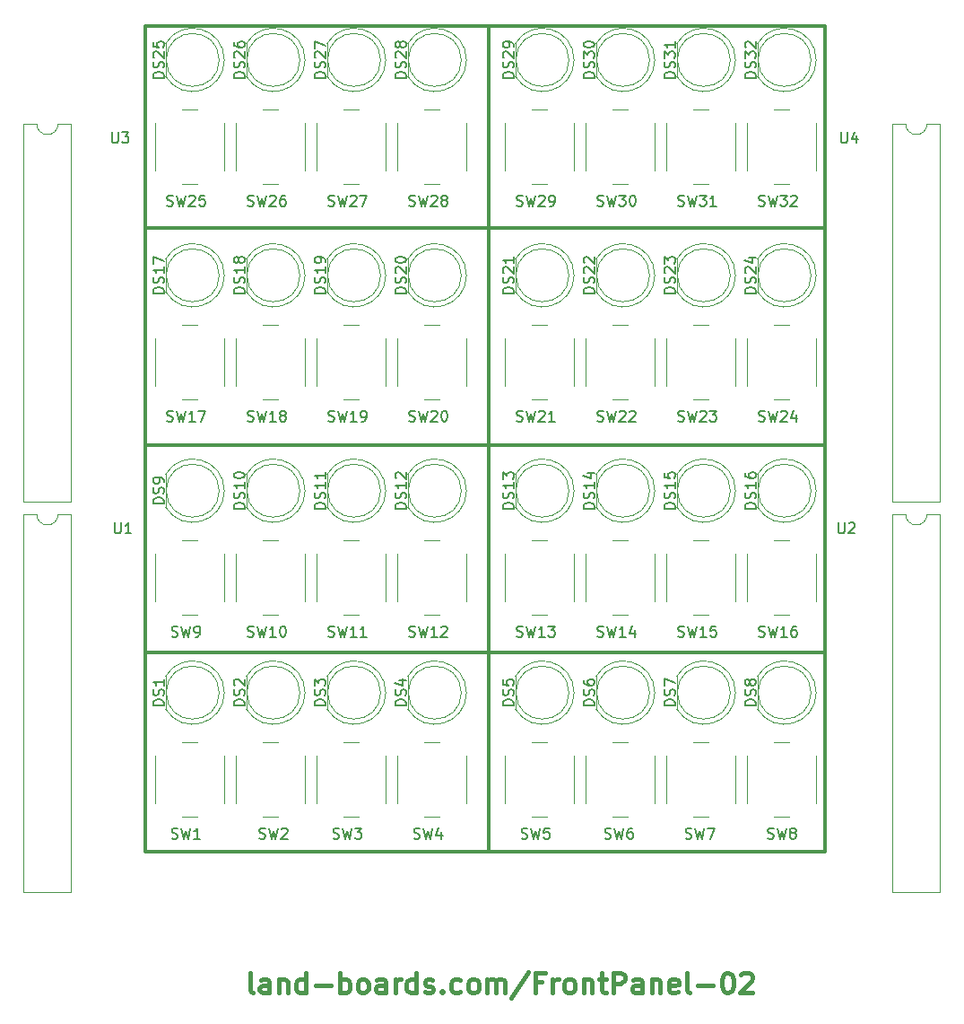
<source format=gto>
G04 #@! TF.GenerationSoftware,KiCad,Pcbnew,(5.1.5)-3*
G04 #@! TF.CreationDate,2021-06-16T20:07:45-04:00*
G04 #@! TF.ProjectId,FrontPanel02,46726f6e-7450-4616-9e65-6c30322e6b69,X1*
G04 #@! TF.SameCoordinates,Original*
G04 #@! TF.FileFunction,Legend,Top*
G04 #@! TF.FilePolarity,Positive*
%FSLAX46Y46*%
G04 Gerber Fmt 4.6, Leading zero omitted, Abs format (unit mm)*
G04 Created by KiCad (PCBNEW (5.1.5)-3) date 2021-06-16 20:07:45*
%MOMM*%
%LPD*%
G04 APERTURE LIST*
%ADD10C,0.317500*%
%ADD11C,0.381000*%
%ADD12C,0.120000*%
%ADD13C,0.150000*%
G04 APERTURE END LIST*
D10*
X58166000Y-12065000D02*
X58166000Y-89916000D01*
X25781000Y-31115000D02*
X89916000Y-31115000D01*
X25781000Y-51562000D02*
X89916000Y-51562000D01*
X25781000Y-71120000D02*
X89916000Y-71120000D01*
X25781000Y-12065000D02*
X25781000Y-89916000D01*
X89916000Y-12065000D02*
X25781000Y-12065000D01*
X89916000Y-89916000D02*
X89916000Y-12065000D01*
X25781000Y-89916000D02*
X89916000Y-89916000D01*
D11*
X35904714Y-103249185D02*
X35723285Y-103158471D01*
X35632571Y-102977042D01*
X35632571Y-101344185D01*
X37446857Y-103249185D02*
X37446857Y-102251328D01*
X37356142Y-102069900D01*
X37174714Y-101979185D01*
X36811857Y-101979185D01*
X36630428Y-102069900D01*
X37446857Y-103158471D02*
X37265428Y-103249185D01*
X36811857Y-103249185D01*
X36630428Y-103158471D01*
X36539714Y-102977042D01*
X36539714Y-102795614D01*
X36630428Y-102614185D01*
X36811857Y-102523471D01*
X37265428Y-102523471D01*
X37446857Y-102432757D01*
X38353999Y-101979185D02*
X38353999Y-103249185D01*
X38353999Y-102160614D02*
X38444714Y-102069900D01*
X38626142Y-101979185D01*
X38898285Y-101979185D01*
X39079714Y-102069900D01*
X39170428Y-102251328D01*
X39170428Y-103249185D01*
X40893999Y-103249185D02*
X40893999Y-101344185D01*
X40893999Y-103158471D02*
X40712571Y-103249185D01*
X40349714Y-103249185D01*
X40168285Y-103158471D01*
X40077571Y-103067757D01*
X39986857Y-102886328D01*
X39986857Y-102342042D01*
X40077571Y-102160614D01*
X40168285Y-102069900D01*
X40349714Y-101979185D01*
X40712571Y-101979185D01*
X40893999Y-102069900D01*
X41801142Y-102523471D02*
X43252571Y-102523471D01*
X44159714Y-103249185D02*
X44159714Y-101344185D01*
X44159714Y-102069900D02*
X44341142Y-101979185D01*
X44703999Y-101979185D01*
X44885428Y-102069900D01*
X44976142Y-102160614D01*
X45066857Y-102342042D01*
X45066857Y-102886328D01*
X44976142Y-103067757D01*
X44885428Y-103158471D01*
X44703999Y-103249185D01*
X44341142Y-103249185D01*
X44159714Y-103158471D01*
X46155428Y-103249185D02*
X45973999Y-103158471D01*
X45883285Y-103067757D01*
X45792571Y-102886328D01*
X45792571Y-102342042D01*
X45883285Y-102160614D01*
X45973999Y-102069900D01*
X46155428Y-101979185D01*
X46427571Y-101979185D01*
X46608999Y-102069900D01*
X46699714Y-102160614D01*
X46790428Y-102342042D01*
X46790428Y-102886328D01*
X46699714Y-103067757D01*
X46608999Y-103158471D01*
X46427571Y-103249185D01*
X46155428Y-103249185D01*
X48423285Y-103249185D02*
X48423285Y-102251328D01*
X48332571Y-102069900D01*
X48151142Y-101979185D01*
X47788285Y-101979185D01*
X47606857Y-102069900D01*
X48423285Y-103158471D02*
X48241857Y-103249185D01*
X47788285Y-103249185D01*
X47606857Y-103158471D01*
X47516142Y-102977042D01*
X47516142Y-102795614D01*
X47606857Y-102614185D01*
X47788285Y-102523471D01*
X48241857Y-102523471D01*
X48423285Y-102432757D01*
X49330428Y-103249185D02*
X49330428Y-101979185D01*
X49330428Y-102342042D02*
X49421142Y-102160614D01*
X49511857Y-102069900D01*
X49693285Y-101979185D01*
X49874714Y-101979185D01*
X51326142Y-103249185D02*
X51326142Y-101344185D01*
X51326142Y-103158471D02*
X51144714Y-103249185D01*
X50781857Y-103249185D01*
X50600428Y-103158471D01*
X50509714Y-103067757D01*
X50418999Y-102886328D01*
X50418999Y-102342042D01*
X50509714Y-102160614D01*
X50600428Y-102069900D01*
X50781857Y-101979185D01*
X51144714Y-101979185D01*
X51326142Y-102069900D01*
X52142571Y-103158471D02*
X52323999Y-103249185D01*
X52686857Y-103249185D01*
X52868285Y-103158471D01*
X52958999Y-102977042D01*
X52958999Y-102886328D01*
X52868285Y-102704900D01*
X52686857Y-102614185D01*
X52414714Y-102614185D01*
X52233285Y-102523471D01*
X52142571Y-102342042D01*
X52142571Y-102251328D01*
X52233285Y-102069900D01*
X52414714Y-101979185D01*
X52686857Y-101979185D01*
X52868285Y-102069900D01*
X53775428Y-103067757D02*
X53866142Y-103158471D01*
X53775428Y-103249185D01*
X53684714Y-103158471D01*
X53775428Y-103067757D01*
X53775428Y-103249185D01*
X55499000Y-103158471D02*
X55317571Y-103249185D01*
X54954714Y-103249185D01*
X54773285Y-103158471D01*
X54682571Y-103067757D01*
X54591857Y-102886328D01*
X54591857Y-102342042D01*
X54682571Y-102160614D01*
X54773285Y-102069900D01*
X54954714Y-101979185D01*
X55317571Y-101979185D01*
X55499000Y-102069900D01*
X56587571Y-103249185D02*
X56406142Y-103158471D01*
X56315428Y-103067757D01*
X56224714Y-102886328D01*
X56224714Y-102342042D01*
X56315428Y-102160614D01*
X56406142Y-102069900D01*
X56587571Y-101979185D01*
X56859714Y-101979185D01*
X57041142Y-102069900D01*
X57131857Y-102160614D01*
X57222571Y-102342042D01*
X57222571Y-102886328D01*
X57131857Y-103067757D01*
X57041142Y-103158471D01*
X56859714Y-103249185D01*
X56587571Y-103249185D01*
X58039000Y-103249185D02*
X58039000Y-101979185D01*
X58039000Y-102160614D02*
X58129714Y-102069900D01*
X58311142Y-101979185D01*
X58583285Y-101979185D01*
X58764714Y-102069900D01*
X58855428Y-102251328D01*
X58855428Y-103249185D01*
X58855428Y-102251328D02*
X58946142Y-102069900D01*
X59127571Y-101979185D01*
X59399714Y-101979185D01*
X59581142Y-102069900D01*
X59671857Y-102251328D01*
X59671857Y-103249185D01*
X61939714Y-101253471D02*
X60306857Y-103702757D01*
X63209714Y-102251328D02*
X62574714Y-102251328D01*
X62574714Y-103249185D02*
X62574714Y-101344185D01*
X63481857Y-101344185D01*
X64207571Y-103249185D02*
X64207571Y-101979185D01*
X64207571Y-102342042D02*
X64298285Y-102160614D01*
X64388999Y-102069900D01*
X64570428Y-101979185D01*
X64751857Y-101979185D01*
X65658999Y-103249185D02*
X65477571Y-103158471D01*
X65386857Y-103067757D01*
X65296142Y-102886328D01*
X65296142Y-102342042D01*
X65386857Y-102160614D01*
X65477571Y-102069900D01*
X65658999Y-101979185D01*
X65931142Y-101979185D01*
X66112571Y-102069900D01*
X66203285Y-102160614D01*
X66293999Y-102342042D01*
X66293999Y-102886328D01*
X66203285Y-103067757D01*
X66112571Y-103158471D01*
X65931142Y-103249185D01*
X65658999Y-103249185D01*
X67110428Y-101979185D02*
X67110428Y-103249185D01*
X67110428Y-102160614D02*
X67201142Y-102069900D01*
X67382571Y-101979185D01*
X67654714Y-101979185D01*
X67836142Y-102069900D01*
X67926857Y-102251328D01*
X67926857Y-103249185D01*
X68561857Y-101979185D02*
X69287571Y-101979185D01*
X68834000Y-101344185D02*
X68834000Y-102977042D01*
X68924714Y-103158471D01*
X69106142Y-103249185D01*
X69287571Y-103249185D01*
X69922571Y-103249185D02*
X69922571Y-101344185D01*
X70648285Y-101344185D01*
X70829714Y-101434900D01*
X70920428Y-101525614D01*
X71011142Y-101707042D01*
X71011142Y-101979185D01*
X70920428Y-102160614D01*
X70829714Y-102251328D01*
X70648285Y-102342042D01*
X69922571Y-102342042D01*
X72644000Y-103249185D02*
X72644000Y-102251328D01*
X72553285Y-102069900D01*
X72371857Y-101979185D01*
X72009000Y-101979185D01*
X71827571Y-102069900D01*
X72644000Y-103158471D02*
X72462571Y-103249185D01*
X72009000Y-103249185D01*
X71827571Y-103158471D01*
X71736857Y-102977042D01*
X71736857Y-102795614D01*
X71827571Y-102614185D01*
X72009000Y-102523471D01*
X72462571Y-102523471D01*
X72644000Y-102432757D01*
X73551142Y-101979185D02*
X73551142Y-103249185D01*
X73551142Y-102160614D02*
X73641857Y-102069900D01*
X73823285Y-101979185D01*
X74095428Y-101979185D01*
X74276857Y-102069900D01*
X74367571Y-102251328D01*
X74367571Y-103249185D01*
X76000428Y-103158471D02*
X75818999Y-103249185D01*
X75456142Y-103249185D01*
X75274714Y-103158471D01*
X75183999Y-102977042D01*
X75183999Y-102251328D01*
X75274714Y-102069900D01*
X75456142Y-101979185D01*
X75818999Y-101979185D01*
X76000428Y-102069900D01*
X76091142Y-102251328D01*
X76091142Y-102432757D01*
X75183999Y-102614185D01*
X77179714Y-103249185D02*
X76998285Y-103158471D01*
X76907571Y-102977042D01*
X76907571Y-101344185D01*
X77905428Y-102523471D02*
X79356857Y-102523471D01*
X80626857Y-101344185D02*
X80808285Y-101344185D01*
X80989714Y-101434900D01*
X81080428Y-101525614D01*
X81171142Y-101707042D01*
X81261857Y-102069900D01*
X81261857Y-102523471D01*
X81171142Y-102886328D01*
X81080428Y-103067757D01*
X80989714Y-103158471D01*
X80808285Y-103249185D01*
X80626857Y-103249185D01*
X80445428Y-103158471D01*
X80354714Y-103067757D01*
X80263999Y-102886328D01*
X80173285Y-102523471D01*
X80173285Y-102069900D01*
X80263999Y-101707042D01*
X80354714Y-101525614D01*
X80445428Y-101434900D01*
X80626857Y-101344185D01*
X81987571Y-101525614D02*
X82078285Y-101434900D01*
X82259714Y-101344185D01*
X82713285Y-101344185D01*
X82894714Y-101434900D01*
X82985428Y-101525614D01*
X83076142Y-101707042D01*
X83076142Y-101888471D01*
X82985428Y-102160614D01*
X81896857Y-103249185D01*
X83076142Y-103249185D01*
D12*
X17510000Y-58106000D02*
G75*
G02X15510000Y-58106000I-1000000J0D01*
G01*
X15510000Y-58106000D02*
X14260000Y-58106000D01*
X14260000Y-58106000D02*
X14260000Y-93786000D01*
X14260000Y-93786000D02*
X18760000Y-93786000D01*
X18760000Y-93786000D02*
X18760000Y-58106000D01*
X18760000Y-58106000D02*
X17510000Y-58106000D01*
X18760000Y-21276000D02*
X17510000Y-21276000D01*
X18760000Y-56956000D02*
X18760000Y-21276000D01*
X14260000Y-56956000D02*
X18760000Y-56956000D01*
X14260000Y-21276000D02*
X14260000Y-56956000D01*
X15510000Y-21276000D02*
X14260000Y-21276000D01*
X17510000Y-21276000D02*
G75*
G02X15510000Y-21276000I-1000000J0D01*
G01*
X33186000Y-45990000D02*
X33186000Y-41490000D01*
X29186000Y-47240000D02*
X30686000Y-47240000D01*
X26686000Y-41490000D02*
X26686000Y-45990000D01*
X30686000Y-40240000D02*
X29186000Y-40240000D01*
X27666000Y-73385000D02*
X27666000Y-76475000D01*
X32726000Y-74930000D02*
G75*
G03X32726000Y-74930000I-2500000J0D01*
G01*
X33216000Y-74929538D02*
G75*
G02X27666000Y-76474830I-2990000J-462D01*
G01*
X33216000Y-74930462D02*
G75*
G03X27666000Y-73385170I-2990000J462D01*
G01*
X40836000Y-74930462D02*
G75*
G03X35286000Y-73385170I-2990000J462D01*
G01*
X40836000Y-74929538D02*
G75*
G02X35286000Y-76474830I-2990000J-462D01*
G01*
X40346000Y-74930000D02*
G75*
G03X40346000Y-74930000I-2500000J0D01*
G01*
X35286000Y-73385000D02*
X35286000Y-76475000D01*
X42906000Y-73385000D02*
X42906000Y-76475000D01*
X47966000Y-74930000D02*
G75*
G03X47966000Y-74930000I-2500000J0D01*
G01*
X48456000Y-74929538D02*
G75*
G02X42906000Y-76474830I-2990000J-462D01*
G01*
X48456000Y-74930462D02*
G75*
G03X42906000Y-73385170I-2990000J462D01*
G01*
X56076000Y-74930462D02*
G75*
G03X50526000Y-73385170I-2990000J462D01*
G01*
X56076000Y-74929538D02*
G75*
G02X50526000Y-76474830I-2990000J-462D01*
G01*
X55586000Y-74930000D02*
G75*
G03X55586000Y-74930000I-2500000J0D01*
G01*
X50526000Y-73385000D02*
X50526000Y-76475000D01*
X60686000Y-73385000D02*
X60686000Y-76475000D01*
X65746000Y-74930000D02*
G75*
G03X65746000Y-74930000I-2500000J0D01*
G01*
X66236000Y-74929538D02*
G75*
G02X60686000Y-76474830I-2990000J-462D01*
G01*
X66236000Y-74930462D02*
G75*
G03X60686000Y-73385170I-2990000J462D01*
G01*
X73856000Y-74930462D02*
G75*
G03X68306000Y-73385170I-2990000J462D01*
G01*
X73856000Y-74929538D02*
G75*
G02X68306000Y-76474830I-2990000J-462D01*
G01*
X73366000Y-74930000D02*
G75*
G03X73366000Y-74930000I-2500000J0D01*
G01*
X68306000Y-73385000D02*
X68306000Y-76475000D01*
X75926000Y-73385000D02*
X75926000Y-76475000D01*
X80986000Y-74930000D02*
G75*
G03X80986000Y-74930000I-2500000J0D01*
G01*
X81476000Y-74929538D02*
G75*
G02X75926000Y-76474830I-2990000J-462D01*
G01*
X81476000Y-74930462D02*
G75*
G03X75926000Y-73385170I-2990000J462D01*
G01*
X89096000Y-74930462D02*
G75*
G03X83546000Y-73385170I-2990000J462D01*
G01*
X89096000Y-74929538D02*
G75*
G02X83546000Y-76474830I-2990000J-462D01*
G01*
X88606000Y-74930000D02*
G75*
G03X88606000Y-74930000I-2500000J0D01*
G01*
X83546000Y-73385000D02*
X83546000Y-76475000D01*
X27666000Y-54335000D02*
X27666000Y-57425000D01*
X32726000Y-55880000D02*
G75*
G03X32726000Y-55880000I-2500000J0D01*
G01*
X33216000Y-55879538D02*
G75*
G02X27666000Y-57424830I-2990000J-462D01*
G01*
X33216000Y-55880462D02*
G75*
G03X27666000Y-54335170I-2990000J462D01*
G01*
X40836000Y-55880462D02*
G75*
G03X35286000Y-54335170I-2990000J462D01*
G01*
X40836000Y-55879538D02*
G75*
G02X35286000Y-57424830I-2990000J-462D01*
G01*
X40346000Y-55880000D02*
G75*
G03X40346000Y-55880000I-2500000J0D01*
G01*
X35286000Y-54335000D02*
X35286000Y-57425000D01*
X42906000Y-54335000D02*
X42906000Y-57425000D01*
X47966000Y-55880000D02*
G75*
G03X47966000Y-55880000I-2500000J0D01*
G01*
X48456000Y-55879538D02*
G75*
G02X42906000Y-57424830I-2990000J-462D01*
G01*
X48456000Y-55880462D02*
G75*
G03X42906000Y-54335170I-2990000J462D01*
G01*
X56076000Y-55880462D02*
G75*
G03X50526000Y-54335170I-2990000J462D01*
G01*
X56076000Y-55879538D02*
G75*
G02X50526000Y-57424830I-2990000J-462D01*
G01*
X55586000Y-55880000D02*
G75*
G03X55586000Y-55880000I-2500000J0D01*
G01*
X50526000Y-54335000D02*
X50526000Y-57425000D01*
X60686000Y-54335000D02*
X60686000Y-57425000D01*
X65746000Y-55880000D02*
G75*
G03X65746000Y-55880000I-2500000J0D01*
G01*
X66236000Y-55879538D02*
G75*
G02X60686000Y-57424830I-2990000J-462D01*
G01*
X66236000Y-55880462D02*
G75*
G03X60686000Y-54335170I-2990000J462D01*
G01*
X73856000Y-55880462D02*
G75*
G03X68306000Y-54335170I-2990000J462D01*
G01*
X73856000Y-55879538D02*
G75*
G02X68306000Y-57424830I-2990000J-462D01*
G01*
X73366000Y-55880000D02*
G75*
G03X73366000Y-55880000I-2500000J0D01*
G01*
X68306000Y-54335000D02*
X68306000Y-57425000D01*
X75926000Y-54335000D02*
X75926000Y-57425000D01*
X80986000Y-55880000D02*
G75*
G03X80986000Y-55880000I-2500000J0D01*
G01*
X81476000Y-55879538D02*
G75*
G02X75926000Y-57424830I-2990000J-462D01*
G01*
X81476000Y-55880462D02*
G75*
G03X75926000Y-54335170I-2990000J462D01*
G01*
X89096000Y-55880462D02*
G75*
G03X83546000Y-54335170I-2990000J462D01*
G01*
X89096000Y-55879538D02*
G75*
G02X83546000Y-57424830I-2990000J-462D01*
G01*
X88606000Y-55880000D02*
G75*
G03X88606000Y-55880000I-2500000J0D01*
G01*
X83546000Y-54335000D02*
X83546000Y-57425000D01*
X27666000Y-34015000D02*
X27666000Y-37105000D01*
X32726000Y-35560000D02*
G75*
G03X32726000Y-35560000I-2500000J0D01*
G01*
X33216000Y-35559538D02*
G75*
G02X27666000Y-37104830I-2990000J-462D01*
G01*
X33216000Y-35560462D02*
G75*
G03X27666000Y-34015170I-2990000J462D01*
G01*
X35286000Y-34015000D02*
X35286000Y-37105000D01*
X40346000Y-35560000D02*
G75*
G03X40346000Y-35560000I-2500000J0D01*
G01*
X40836000Y-35559538D02*
G75*
G02X35286000Y-37104830I-2990000J-462D01*
G01*
X40836000Y-35560462D02*
G75*
G03X35286000Y-34015170I-2990000J462D01*
G01*
X42906000Y-34015000D02*
X42906000Y-37105000D01*
X47966000Y-35560000D02*
G75*
G03X47966000Y-35560000I-2500000J0D01*
G01*
X48456000Y-35559538D02*
G75*
G02X42906000Y-37104830I-2990000J-462D01*
G01*
X48456000Y-35560462D02*
G75*
G03X42906000Y-34015170I-2990000J462D01*
G01*
X56076000Y-35560462D02*
G75*
G03X50526000Y-34015170I-2990000J462D01*
G01*
X56076000Y-35559538D02*
G75*
G02X50526000Y-37104830I-2990000J-462D01*
G01*
X55586000Y-35560000D02*
G75*
G03X55586000Y-35560000I-2500000J0D01*
G01*
X50526000Y-34015000D02*
X50526000Y-37105000D01*
X60686000Y-34015000D02*
X60686000Y-37105000D01*
X65746000Y-35560000D02*
G75*
G03X65746000Y-35560000I-2500000J0D01*
G01*
X66236000Y-35559538D02*
G75*
G02X60686000Y-37104830I-2990000J-462D01*
G01*
X66236000Y-35560462D02*
G75*
G03X60686000Y-34015170I-2990000J462D01*
G01*
X73856000Y-35560462D02*
G75*
G03X68306000Y-34015170I-2990000J462D01*
G01*
X73856000Y-35559538D02*
G75*
G02X68306000Y-37104830I-2990000J-462D01*
G01*
X73366000Y-35560000D02*
G75*
G03X73366000Y-35560000I-2500000J0D01*
G01*
X68306000Y-34015000D02*
X68306000Y-37105000D01*
X75926000Y-34015000D02*
X75926000Y-37105000D01*
X80986000Y-35560000D02*
G75*
G03X80986000Y-35560000I-2500000J0D01*
G01*
X81476000Y-35559538D02*
G75*
G02X75926000Y-37104830I-2990000J-462D01*
G01*
X81476000Y-35560462D02*
G75*
G03X75926000Y-34015170I-2990000J462D01*
G01*
X89096000Y-35560462D02*
G75*
G03X83546000Y-34015170I-2990000J462D01*
G01*
X89096000Y-35559538D02*
G75*
G02X83546000Y-37104830I-2990000J-462D01*
G01*
X88606000Y-35560000D02*
G75*
G03X88606000Y-35560000I-2500000J0D01*
G01*
X83546000Y-34015000D02*
X83546000Y-37105000D01*
X33216000Y-15240462D02*
G75*
G03X27666000Y-13695170I-2990000J462D01*
G01*
X33216000Y-15239538D02*
G75*
G02X27666000Y-16784830I-2990000J-462D01*
G01*
X32726000Y-15240000D02*
G75*
G03X32726000Y-15240000I-2500000J0D01*
G01*
X27666000Y-13695000D02*
X27666000Y-16785000D01*
X40836000Y-15240462D02*
G75*
G03X35286000Y-13695170I-2990000J462D01*
G01*
X40836000Y-15239538D02*
G75*
G02X35286000Y-16784830I-2990000J-462D01*
G01*
X40346000Y-15240000D02*
G75*
G03X40346000Y-15240000I-2500000J0D01*
G01*
X35286000Y-13695000D02*
X35286000Y-16785000D01*
X42906000Y-13695000D02*
X42906000Y-16785000D01*
X47966000Y-15240000D02*
G75*
G03X47966000Y-15240000I-2500000J0D01*
G01*
X48456000Y-15239538D02*
G75*
G02X42906000Y-16784830I-2990000J-462D01*
G01*
X48456000Y-15240462D02*
G75*
G03X42906000Y-13695170I-2990000J462D01*
G01*
X56076000Y-15240462D02*
G75*
G03X50526000Y-13695170I-2990000J462D01*
G01*
X56076000Y-15239538D02*
G75*
G02X50526000Y-16784830I-2990000J-462D01*
G01*
X55586000Y-15240000D02*
G75*
G03X55586000Y-15240000I-2500000J0D01*
G01*
X50526000Y-13695000D02*
X50526000Y-16785000D01*
X60686000Y-13695000D02*
X60686000Y-16785000D01*
X65746000Y-15240000D02*
G75*
G03X65746000Y-15240000I-2500000J0D01*
G01*
X66236000Y-15239538D02*
G75*
G02X60686000Y-16784830I-2990000J-462D01*
G01*
X66236000Y-15240462D02*
G75*
G03X60686000Y-13695170I-2990000J462D01*
G01*
X68306000Y-13695000D02*
X68306000Y-16785000D01*
X73366000Y-15240000D02*
G75*
G03X73366000Y-15240000I-2500000J0D01*
G01*
X73856000Y-15239538D02*
G75*
G02X68306000Y-16784830I-2990000J-462D01*
G01*
X73856000Y-15240462D02*
G75*
G03X68306000Y-13695170I-2990000J462D01*
G01*
X81476000Y-15240462D02*
G75*
G03X75926000Y-13695170I-2990000J462D01*
G01*
X81476000Y-15239538D02*
G75*
G02X75926000Y-16784830I-2990000J-462D01*
G01*
X80986000Y-15240000D02*
G75*
G03X80986000Y-15240000I-2500000J0D01*
G01*
X75926000Y-13695000D02*
X75926000Y-16785000D01*
X89096000Y-15240462D02*
G75*
G03X83546000Y-13695170I-2990000J462D01*
G01*
X89096000Y-15239538D02*
G75*
G02X83546000Y-16784830I-2990000J-462D01*
G01*
X88606000Y-15240000D02*
G75*
G03X88606000Y-15240000I-2500000J0D01*
G01*
X83546000Y-13695000D02*
X83546000Y-16785000D01*
X33186000Y-85360000D02*
X33186000Y-80860000D01*
X29186000Y-86610000D02*
X30686000Y-86610000D01*
X26686000Y-80860000D02*
X26686000Y-85360000D01*
X30686000Y-79610000D02*
X29186000Y-79610000D01*
X38306000Y-79610000D02*
X36806000Y-79610000D01*
X34306000Y-80860000D02*
X34306000Y-85360000D01*
X36806000Y-86610000D02*
X38306000Y-86610000D01*
X40806000Y-85360000D02*
X40806000Y-80860000D01*
X48426000Y-85360000D02*
X48426000Y-80860000D01*
X44426000Y-86610000D02*
X45926000Y-86610000D01*
X41926000Y-80860000D02*
X41926000Y-85360000D01*
X45926000Y-79610000D02*
X44426000Y-79610000D01*
X53546000Y-79610000D02*
X52046000Y-79610000D01*
X49546000Y-80860000D02*
X49546000Y-85360000D01*
X52046000Y-86610000D02*
X53546000Y-86610000D01*
X56046000Y-85360000D02*
X56046000Y-80860000D01*
X66206000Y-85360000D02*
X66206000Y-80860000D01*
X62206000Y-86610000D02*
X63706000Y-86610000D01*
X59706000Y-80860000D02*
X59706000Y-85360000D01*
X63706000Y-79610000D02*
X62206000Y-79610000D01*
X71326000Y-79610000D02*
X69826000Y-79610000D01*
X67326000Y-80860000D02*
X67326000Y-85360000D01*
X69826000Y-86610000D02*
X71326000Y-86610000D01*
X73826000Y-85360000D02*
X73826000Y-80860000D01*
X81446000Y-85360000D02*
X81446000Y-80860000D01*
X77446000Y-86610000D02*
X78946000Y-86610000D01*
X74946000Y-80860000D02*
X74946000Y-85360000D01*
X78946000Y-79610000D02*
X77446000Y-79610000D01*
X86566000Y-79610000D02*
X85066000Y-79610000D01*
X82566000Y-80860000D02*
X82566000Y-85360000D01*
X85066000Y-86610000D02*
X86566000Y-86610000D01*
X89066000Y-85360000D02*
X89066000Y-80860000D01*
X33186000Y-66310000D02*
X33186000Y-61810000D01*
X29186000Y-67560000D02*
X30686000Y-67560000D01*
X26686000Y-61810000D02*
X26686000Y-66310000D01*
X30686000Y-60560000D02*
X29186000Y-60560000D01*
X38306000Y-60560000D02*
X36806000Y-60560000D01*
X34306000Y-61810000D02*
X34306000Y-66310000D01*
X36806000Y-67560000D02*
X38306000Y-67560000D01*
X40806000Y-66310000D02*
X40806000Y-61810000D01*
X48426000Y-66310000D02*
X48426000Y-61810000D01*
X44426000Y-67560000D02*
X45926000Y-67560000D01*
X41926000Y-61810000D02*
X41926000Y-66310000D01*
X45926000Y-60560000D02*
X44426000Y-60560000D01*
X53546000Y-60560000D02*
X52046000Y-60560000D01*
X49546000Y-61810000D02*
X49546000Y-66310000D01*
X52046000Y-67560000D02*
X53546000Y-67560000D01*
X56046000Y-66310000D02*
X56046000Y-61810000D01*
X66206000Y-66310000D02*
X66206000Y-61810000D01*
X62206000Y-67560000D02*
X63706000Y-67560000D01*
X59706000Y-61810000D02*
X59706000Y-66310000D01*
X63706000Y-60560000D02*
X62206000Y-60560000D01*
X71326000Y-60560000D02*
X69826000Y-60560000D01*
X67326000Y-61810000D02*
X67326000Y-66310000D01*
X69826000Y-67560000D02*
X71326000Y-67560000D01*
X73826000Y-66310000D02*
X73826000Y-61810000D01*
X78946000Y-60560000D02*
X77446000Y-60560000D01*
X74946000Y-61810000D02*
X74946000Y-66310000D01*
X77446000Y-67560000D02*
X78946000Y-67560000D01*
X81446000Y-66310000D02*
X81446000Y-61810000D01*
X86566000Y-60560000D02*
X85066000Y-60560000D01*
X82566000Y-61810000D02*
X82566000Y-66310000D01*
X85066000Y-67560000D02*
X86566000Y-67560000D01*
X89066000Y-66310000D02*
X89066000Y-61810000D01*
X38306000Y-40240000D02*
X36806000Y-40240000D01*
X34306000Y-41490000D02*
X34306000Y-45990000D01*
X36806000Y-47240000D02*
X38306000Y-47240000D01*
X40806000Y-45990000D02*
X40806000Y-41490000D01*
X48426000Y-45990000D02*
X48426000Y-41490000D01*
X44426000Y-47240000D02*
X45926000Y-47240000D01*
X41926000Y-41490000D02*
X41926000Y-45990000D01*
X45926000Y-40240000D02*
X44426000Y-40240000D01*
X53546000Y-40240000D02*
X52046000Y-40240000D01*
X49546000Y-41490000D02*
X49546000Y-45990000D01*
X52046000Y-47240000D02*
X53546000Y-47240000D01*
X56046000Y-45990000D02*
X56046000Y-41490000D01*
X66206000Y-45990000D02*
X66206000Y-41490000D01*
X62206000Y-47240000D02*
X63706000Y-47240000D01*
X59706000Y-41490000D02*
X59706000Y-45990000D01*
X63706000Y-40240000D02*
X62206000Y-40240000D01*
X71326000Y-40240000D02*
X69826000Y-40240000D01*
X67326000Y-41490000D02*
X67326000Y-45990000D01*
X69826000Y-47240000D02*
X71326000Y-47240000D01*
X73826000Y-45990000D02*
X73826000Y-41490000D01*
X81446000Y-45990000D02*
X81446000Y-41490000D01*
X77446000Y-47240000D02*
X78946000Y-47240000D01*
X74946000Y-41490000D02*
X74946000Y-45990000D01*
X78946000Y-40240000D02*
X77446000Y-40240000D01*
X89066000Y-45990000D02*
X89066000Y-41490000D01*
X85066000Y-47240000D02*
X86566000Y-47240000D01*
X82566000Y-41490000D02*
X82566000Y-45990000D01*
X86566000Y-40240000D02*
X85066000Y-40240000D01*
X33186000Y-25670000D02*
X33186000Y-21170000D01*
X29186000Y-26920000D02*
X30686000Y-26920000D01*
X26686000Y-21170000D02*
X26686000Y-25670000D01*
X30686000Y-19920000D02*
X29186000Y-19920000D01*
X38306000Y-19920000D02*
X36806000Y-19920000D01*
X34306000Y-21170000D02*
X34306000Y-25670000D01*
X36806000Y-26920000D02*
X38306000Y-26920000D01*
X40806000Y-25670000D02*
X40806000Y-21170000D01*
X48426000Y-25670000D02*
X48426000Y-21170000D01*
X44426000Y-26920000D02*
X45926000Y-26920000D01*
X41926000Y-21170000D02*
X41926000Y-25670000D01*
X45926000Y-19920000D02*
X44426000Y-19920000D01*
X53546000Y-19920000D02*
X52046000Y-19920000D01*
X49546000Y-21170000D02*
X49546000Y-25670000D01*
X52046000Y-26920000D02*
X53546000Y-26920000D01*
X56046000Y-25670000D02*
X56046000Y-21170000D01*
X66206000Y-25670000D02*
X66206000Y-21170000D01*
X62206000Y-26920000D02*
X63706000Y-26920000D01*
X59706000Y-21170000D02*
X59706000Y-25670000D01*
X63706000Y-19920000D02*
X62206000Y-19920000D01*
X71326000Y-19920000D02*
X69826000Y-19920000D01*
X67326000Y-21170000D02*
X67326000Y-25670000D01*
X69826000Y-26920000D02*
X71326000Y-26920000D01*
X73826000Y-25670000D02*
X73826000Y-21170000D01*
X81446000Y-25670000D02*
X81446000Y-21170000D01*
X77446000Y-26920000D02*
X78946000Y-26920000D01*
X74946000Y-21170000D02*
X74946000Y-25670000D01*
X78946000Y-19920000D02*
X77446000Y-19920000D01*
X86566000Y-19920000D02*
X85066000Y-19920000D01*
X82566000Y-21170000D02*
X82566000Y-25670000D01*
X85066000Y-26920000D02*
X86566000Y-26920000D01*
X89066000Y-25670000D02*
X89066000Y-21170000D01*
X99552000Y-58106000D02*
G75*
G02X97552000Y-58106000I-1000000J0D01*
G01*
X97552000Y-58106000D02*
X96302000Y-58106000D01*
X96302000Y-58106000D02*
X96302000Y-93786000D01*
X96302000Y-93786000D02*
X100802000Y-93786000D01*
X100802000Y-93786000D02*
X100802000Y-58106000D01*
X100802000Y-58106000D02*
X99552000Y-58106000D01*
X100802000Y-21276000D02*
X99552000Y-21276000D01*
X100802000Y-56956000D02*
X100802000Y-21276000D01*
X96302000Y-56956000D02*
X100802000Y-56956000D01*
X96302000Y-21276000D02*
X96302000Y-56956000D01*
X97552000Y-21276000D02*
X96302000Y-21276000D01*
X99552000Y-21276000D02*
G75*
G02X97552000Y-21276000I-1000000J0D01*
G01*
D13*
X22860095Y-58888380D02*
X22860095Y-59697904D01*
X22907714Y-59793142D01*
X22955333Y-59840761D01*
X23050571Y-59888380D01*
X23241047Y-59888380D01*
X23336285Y-59840761D01*
X23383904Y-59793142D01*
X23431523Y-59697904D01*
X23431523Y-58888380D01*
X24431523Y-59888380D02*
X23860095Y-59888380D01*
X24145809Y-59888380D02*
X24145809Y-58888380D01*
X24050571Y-59031238D01*
X23955333Y-59126476D01*
X23860095Y-59174095D01*
X22606095Y-22058380D02*
X22606095Y-22867904D01*
X22653714Y-22963142D01*
X22701333Y-23010761D01*
X22796571Y-23058380D01*
X22987047Y-23058380D01*
X23082285Y-23010761D01*
X23129904Y-22963142D01*
X23177523Y-22867904D01*
X23177523Y-22058380D01*
X23558476Y-22058380D02*
X24177523Y-22058380D01*
X23844190Y-22439333D01*
X23987047Y-22439333D01*
X24082285Y-22486952D01*
X24129904Y-22534571D01*
X24177523Y-22629809D01*
X24177523Y-22867904D01*
X24129904Y-22963142D01*
X24082285Y-23010761D01*
X23987047Y-23058380D01*
X23701333Y-23058380D01*
X23606095Y-23010761D01*
X23558476Y-22963142D01*
X27781476Y-49299761D02*
X27924333Y-49347380D01*
X28162428Y-49347380D01*
X28257666Y-49299761D01*
X28305285Y-49252142D01*
X28352904Y-49156904D01*
X28352904Y-49061666D01*
X28305285Y-48966428D01*
X28257666Y-48918809D01*
X28162428Y-48871190D01*
X27971952Y-48823571D01*
X27876714Y-48775952D01*
X27829095Y-48728333D01*
X27781476Y-48633095D01*
X27781476Y-48537857D01*
X27829095Y-48442619D01*
X27876714Y-48395000D01*
X27971952Y-48347380D01*
X28210047Y-48347380D01*
X28352904Y-48395000D01*
X28686238Y-48347380D02*
X28924333Y-49347380D01*
X29114809Y-48633095D01*
X29305285Y-49347380D01*
X29543380Y-48347380D01*
X30448142Y-49347380D02*
X29876714Y-49347380D01*
X30162428Y-49347380D02*
X30162428Y-48347380D01*
X30067190Y-48490238D01*
X29971952Y-48585476D01*
X29876714Y-48633095D01*
X30781476Y-48347380D02*
X31448142Y-48347380D01*
X31019571Y-49347380D01*
X27503380Y-76144285D02*
X26503380Y-76144285D01*
X26503380Y-75906190D01*
X26551000Y-75763333D01*
X26646238Y-75668095D01*
X26741476Y-75620476D01*
X26931952Y-75572857D01*
X27074809Y-75572857D01*
X27265285Y-75620476D01*
X27360523Y-75668095D01*
X27455761Y-75763333D01*
X27503380Y-75906190D01*
X27503380Y-76144285D01*
X27455761Y-75191904D02*
X27503380Y-75049047D01*
X27503380Y-74810952D01*
X27455761Y-74715714D01*
X27408142Y-74668095D01*
X27312904Y-74620476D01*
X27217666Y-74620476D01*
X27122428Y-74668095D01*
X27074809Y-74715714D01*
X27027190Y-74810952D01*
X26979571Y-75001428D01*
X26931952Y-75096666D01*
X26884333Y-75144285D01*
X26789095Y-75191904D01*
X26693857Y-75191904D01*
X26598619Y-75144285D01*
X26551000Y-75096666D01*
X26503380Y-75001428D01*
X26503380Y-74763333D01*
X26551000Y-74620476D01*
X27503380Y-73668095D02*
X27503380Y-74239523D01*
X27503380Y-73953809D02*
X26503380Y-73953809D01*
X26646238Y-74049047D01*
X26741476Y-74144285D01*
X26789095Y-74239523D01*
X35123380Y-76144285D02*
X34123380Y-76144285D01*
X34123380Y-75906190D01*
X34171000Y-75763333D01*
X34266238Y-75668095D01*
X34361476Y-75620476D01*
X34551952Y-75572857D01*
X34694809Y-75572857D01*
X34885285Y-75620476D01*
X34980523Y-75668095D01*
X35075761Y-75763333D01*
X35123380Y-75906190D01*
X35123380Y-76144285D01*
X35075761Y-75191904D02*
X35123380Y-75049047D01*
X35123380Y-74810952D01*
X35075761Y-74715714D01*
X35028142Y-74668095D01*
X34932904Y-74620476D01*
X34837666Y-74620476D01*
X34742428Y-74668095D01*
X34694809Y-74715714D01*
X34647190Y-74810952D01*
X34599571Y-75001428D01*
X34551952Y-75096666D01*
X34504333Y-75144285D01*
X34409095Y-75191904D01*
X34313857Y-75191904D01*
X34218619Y-75144285D01*
X34171000Y-75096666D01*
X34123380Y-75001428D01*
X34123380Y-74763333D01*
X34171000Y-74620476D01*
X34218619Y-74239523D02*
X34171000Y-74191904D01*
X34123380Y-74096666D01*
X34123380Y-73858571D01*
X34171000Y-73763333D01*
X34218619Y-73715714D01*
X34313857Y-73668095D01*
X34409095Y-73668095D01*
X34551952Y-73715714D01*
X35123380Y-74287142D01*
X35123380Y-73668095D01*
X42743380Y-76144285D02*
X41743380Y-76144285D01*
X41743380Y-75906190D01*
X41791000Y-75763333D01*
X41886238Y-75668095D01*
X41981476Y-75620476D01*
X42171952Y-75572857D01*
X42314809Y-75572857D01*
X42505285Y-75620476D01*
X42600523Y-75668095D01*
X42695761Y-75763333D01*
X42743380Y-75906190D01*
X42743380Y-76144285D01*
X42695761Y-75191904D02*
X42743380Y-75049047D01*
X42743380Y-74810952D01*
X42695761Y-74715714D01*
X42648142Y-74668095D01*
X42552904Y-74620476D01*
X42457666Y-74620476D01*
X42362428Y-74668095D01*
X42314809Y-74715714D01*
X42267190Y-74810952D01*
X42219571Y-75001428D01*
X42171952Y-75096666D01*
X42124333Y-75144285D01*
X42029095Y-75191904D01*
X41933857Y-75191904D01*
X41838619Y-75144285D01*
X41791000Y-75096666D01*
X41743380Y-75001428D01*
X41743380Y-74763333D01*
X41791000Y-74620476D01*
X41743380Y-74287142D02*
X41743380Y-73668095D01*
X42124333Y-74001428D01*
X42124333Y-73858571D01*
X42171952Y-73763333D01*
X42219571Y-73715714D01*
X42314809Y-73668095D01*
X42552904Y-73668095D01*
X42648142Y-73715714D01*
X42695761Y-73763333D01*
X42743380Y-73858571D01*
X42743380Y-74144285D01*
X42695761Y-74239523D01*
X42648142Y-74287142D01*
X50363380Y-76144285D02*
X49363380Y-76144285D01*
X49363380Y-75906190D01*
X49411000Y-75763333D01*
X49506238Y-75668095D01*
X49601476Y-75620476D01*
X49791952Y-75572857D01*
X49934809Y-75572857D01*
X50125285Y-75620476D01*
X50220523Y-75668095D01*
X50315761Y-75763333D01*
X50363380Y-75906190D01*
X50363380Y-76144285D01*
X50315761Y-75191904D02*
X50363380Y-75049047D01*
X50363380Y-74810952D01*
X50315761Y-74715714D01*
X50268142Y-74668095D01*
X50172904Y-74620476D01*
X50077666Y-74620476D01*
X49982428Y-74668095D01*
X49934809Y-74715714D01*
X49887190Y-74810952D01*
X49839571Y-75001428D01*
X49791952Y-75096666D01*
X49744333Y-75144285D01*
X49649095Y-75191904D01*
X49553857Y-75191904D01*
X49458619Y-75144285D01*
X49411000Y-75096666D01*
X49363380Y-75001428D01*
X49363380Y-74763333D01*
X49411000Y-74620476D01*
X49696714Y-73763333D02*
X50363380Y-73763333D01*
X49315761Y-74001428D02*
X50030047Y-74239523D01*
X50030047Y-73620476D01*
X60523380Y-76144285D02*
X59523380Y-76144285D01*
X59523380Y-75906190D01*
X59571000Y-75763333D01*
X59666238Y-75668095D01*
X59761476Y-75620476D01*
X59951952Y-75572857D01*
X60094809Y-75572857D01*
X60285285Y-75620476D01*
X60380523Y-75668095D01*
X60475761Y-75763333D01*
X60523380Y-75906190D01*
X60523380Y-76144285D01*
X60475761Y-75191904D02*
X60523380Y-75049047D01*
X60523380Y-74810952D01*
X60475761Y-74715714D01*
X60428142Y-74668095D01*
X60332904Y-74620476D01*
X60237666Y-74620476D01*
X60142428Y-74668095D01*
X60094809Y-74715714D01*
X60047190Y-74810952D01*
X59999571Y-75001428D01*
X59951952Y-75096666D01*
X59904333Y-75144285D01*
X59809095Y-75191904D01*
X59713857Y-75191904D01*
X59618619Y-75144285D01*
X59571000Y-75096666D01*
X59523380Y-75001428D01*
X59523380Y-74763333D01*
X59571000Y-74620476D01*
X59523380Y-73715714D02*
X59523380Y-74191904D01*
X59999571Y-74239523D01*
X59951952Y-74191904D01*
X59904333Y-74096666D01*
X59904333Y-73858571D01*
X59951952Y-73763333D01*
X59999571Y-73715714D01*
X60094809Y-73668095D01*
X60332904Y-73668095D01*
X60428142Y-73715714D01*
X60475761Y-73763333D01*
X60523380Y-73858571D01*
X60523380Y-74096666D01*
X60475761Y-74191904D01*
X60428142Y-74239523D01*
X68143380Y-76144285D02*
X67143380Y-76144285D01*
X67143380Y-75906190D01*
X67191000Y-75763333D01*
X67286238Y-75668095D01*
X67381476Y-75620476D01*
X67571952Y-75572857D01*
X67714809Y-75572857D01*
X67905285Y-75620476D01*
X68000523Y-75668095D01*
X68095761Y-75763333D01*
X68143380Y-75906190D01*
X68143380Y-76144285D01*
X68095761Y-75191904D02*
X68143380Y-75049047D01*
X68143380Y-74810952D01*
X68095761Y-74715714D01*
X68048142Y-74668095D01*
X67952904Y-74620476D01*
X67857666Y-74620476D01*
X67762428Y-74668095D01*
X67714809Y-74715714D01*
X67667190Y-74810952D01*
X67619571Y-75001428D01*
X67571952Y-75096666D01*
X67524333Y-75144285D01*
X67429095Y-75191904D01*
X67333857Y-75191904D01*
X67238619Y-75144285D01*
X67191000Y-75096666D01*
X67143380Y-75001428D01*
X67143380Y-74763333D01*
X67191000Y-74620476D01*
X67143380Y-73763333D02*
X67143380Y-73953809D01*
X67191000Y-74049047D01*
X67238619Y-74096666D01*
X67381476Y-74191904D01*
X67571952Y-74239523D01*
X67952904Y-74239523D01*
X68048142Y-74191904D01*
X68095761Y-74144285D01*
X68143380Y-74049047D01*
X68143380Y-73858571D01*
X68095761Y-73763333D01*
X68048142Y-73715714D01*
X67952904Y-73668095D01*
X67714809Y-73668095D01*
X67619571Y-73715714D01*
X67571952Y-73763333D01*
X67524333Y-73858571D01*
X67524333Y-74049047D01*
X67571952Y-74144285D01*
X67619571Y-74191904D01*
X67714809Y-74239523D01*
X75763380Y-76144285D02*
X74763380Y-76144285D01*
X74763380Y-75906190D01*
X74811000Y-75763333D01*
X74906238Y-75668095D01*
X75001476Y-75620476D01*
X75191952Y-75572857D01*
X75334809Y-75572857D01*
X75525285Y-75620476D01*
X75620523Y-75668095D01*
X75715761Y-75763333D01*
X75763380Y-75906190D01*
X75763380Y-76144285D01*
X75715761Y-75191904D02*
X75763380Y-75049047D01*
X75763380Y-74810952D01*
X75715761Y-74715714D01*
X75668142Y-74668095D01*
X75572904Y-74620476D01*
X75477666Y-74620476D01*
X75382428Y-74668095D01*
X75334809Y-74715714D01*
X75287190Y-74810952D01*
X75239571Y-75001428D01*
X75191952Y-75096666D01*
X75144333Y-75144285D01*
X75049095Y-75191904D01*
X74953857Y-75191904D01*
X74858619Y-75144285D01*
X74811000Y-75096666D01*
X74763380Y-75001428D01*
X74763380Y-74763333D01*
X74811000Y-74620476D01*
X74763380Y-74287142D02*
X74763380Y-73620476D01*
X75763380Y-74049047D01*
X83383380Y-76144285D02*
X82383380Y-76144285D01*
X82383380Y-75906190D01*
X82431000Y-75763333D01*
X82526238Y-75668095D01*
X82621476Y-75620476D01*
X82811952Y-75572857D01*
X82954809Y-75572857D01*
X83145285Y-75620476D01*
X83240523Y-75668095D01*
X83335761Y-75763333D01*
X83383380Y-75906190D01*
X83383380Y-76144285D01*
X83335761Y-75191904D02*
X83383380Y-75049047D01*
X83383380Y-74810952D01*
X83335761Y-74715714D01*
X83288142Y-74668095D01*
X83192904Y-74620476D01*
X83097666Y-74620476D01*
X83002428Y-74668095D01*
X82954809Y-74715714D01*
X82907190Y-74810952D01*
X82859571Y-75001428D01*
X82811952Y-75096666D01*
X82764333Y-75144285D01*
X82669095Y-75191904D01*
X82573857Y-75191904D01*
X82478619Y-75144285D01*
X82431000Y-75096666D01*
X82383380Y-75001428D01*
X82383380Y-74763333D01*
X82431000Y-74620476D01*
X82811952Y-74049047D02*
X82764333Y-74144285D01*
X82716714Y-74191904D01*
X82621476Y-74239523D01*
X82573857Y-74239523D01*
X82478619Y-74191904D01*
X82431000Y-74144285D01*
X82383380Y-74049047D01*
X82383380Y-73858571D01*
X82431000Y-73763333D01*
X82478619Y-73715714D01*
X82573857Y-73668095D01*
X82621476Y-73668095D01*
X82716714Y-73715714D01*
X82764333Y-73763333D01*
X82811952Y-73858571D01*
X82811952Y-74049047D01*
X82859571Y-74144285D01*
X82907190Y-74191904D01*
X83002428Y-74239523D01*
X83192904Y-74239523D01*
X83288142Y-74191904D01*
X83335761Y-74144285D01*
X83383380Y-74049047D01*
X83383380Y-73858571D01*
X83335761Y-73763333D01*
X83288142Y-73715714D01*
X83192904Y-73668095D01*
X83002428Y-73668095D01*
X82907190Y-73715714D01*
X82859571Y-73763333D01*
X82811952Y-73858571D01*
X27503380Y-57094285D02*
X26503380Y-57094285D01*
X26503380Y-56856190D01*
X26551000Y-56713333D01*
X26646238Y-56618095D01*
X26741476Y-56570476D01*
X26931952Y-56522857D01*
X27074809Y-56522857D01*
X27265285Y-56570476D01*
X27360523Y-56618095D01*
X27455761Y-56713333D01*
X27503380Y-56856190D01*
X27503380Y-57094285D01*
X27455761Y-56141904D02*
X27503380Y-55999047D01*
X27503380Y-55760952D01*
X27455761Y-55665714D01*
X27408142Y-55618095D01*
X27312904Y-55570476D01*
X27217666Y-55570476D01*
X27122428Y-55618095D01*
X27074809Y-55665714D01*
X27027190Y-55760952D01*
X26979571Y-55951428D01*
X26931952Y-56046666D01*
X26884333Y-56094285D01*
X26789095Y-56141904D01*
X26693857Y-56141904D01*
X26598619Y-56094285D01*
X26551000Y-56046666D01*
X26503380Y-55951428D01*
X26503380Y-55713333D01*
X26551000Y-55570476D01*
X27503380Y-55094285D02*
X27503380Y-54903809D01*
X27455761Y-54808571D01*
X27408142Y-54760952D01*
X27265285Y-54665714D01*
X27074809Y-54618095D01*
X26693857Y-54618095D01*
X26598619Y-54665714D01*
X26551000Y-54713333D01*
X26503380Y-54808571D01*
X26503380Y-54999047D01*
X26551000Y-55094285D01*
X26598619Y-55141904D01*
X26693857Y-55189523D01*
X26931952Y-55189523D01*
X27027190Y-55141904D01*
X27074809Y-55094285D01*
X27122428Y-54999047D01*
X27122428Y-54808571D01*
X27074809Y-54713333D01*
X27027190Y-54665714D01*
X26931952Y-54618095D01*
X35123380Y-57570476D02*
X34123380Y-57570476D01*
X34123380Y-57332380D01*
X34171000Y-57189523D01*
X34266238Y-57094285D01*
X34361476Y-57046666D01*
X34551952Y-56999047D01*
X34694809Y-56999047D01*
X34885285Y-57046666D01*
X34980523Y-57094285D01*
X35075761Y-57189523D01*
X35123380Y-57332380D01*
X35123380Y-57570476D01*
X35075761Y-56618095D02*
X35123380Y-56475238D01*
X35123380Y-56237142D01*
X35075761Y-56141904D01*
X35028142Y-56094285D01*
X34932904Y-56046666D01*
X34837666Y-56046666D01*
X34742428Y-56094285D01*
X34694809Y-56141904D01*
X34647190Y-56237142D01*
X34599571Y-56427619D01*
X34551952Y-56522857D01*
X34504333Y-56570476D01*
X34409095Y-56618095D01*
X34313857Y-56618095D01*
X34218619Y-56570476D01*
X34171000Y-56522857D01*
X34123380Y-56427619D01*
X34123380Y-56189523D01*
X34171000Y-56046666D01*
X35123380Y-55094285D02*
X35123380Y-55665714D01*
X35123380Y-55380000D02*
X34123380Y-55380000D01*
X34266238Y-55475238D01*
X34361476Y-55570476D01*
X34409095Y-55665714D01*
X34123380Y-54475238D02*
X34123380Y-54380000D01*
X34171000Y-54284761D01*
X34218619Y-54237142D01*
X34313857Y-54189523D01*
X34504333Y-54141904D01*
X34742428Y-54141904D01*
X34932904Y-54189523D01*
X35028142Y-54237142D01*
X35075761Y-54284761D01*
X35123380Y-54380000D01*
X35123380Y-54475238D01*
X35075761Y-54570476D01*
X35028142Y-54618095D01*
X34932904Y-54665714D01*
X34742428Y-54713333D01*
X34504333Y-54713333D01*
X34313857Y-54665714D01*
X34218619Y-54618095D01*
X34171000Y-54570476D01*
X34123380Y-54475238D01*
X42743380Y-57570476D02*
X41743380Y-57570476D01*
X41743380Y-57332380D01*
X41791000Y-57189523D01*
X41886238Y-57094285D01*
X41981476Y-57046666D01*
X42171952Y-56999047D01*
X42314809Y-56999047D01*
X42505285Y-57046666D01*
X42600523Y-57094285D01*
X42695761Y-57189523D01*
X42743380Y-57332380D01*
X42743380Y-57570476D01*
X42695761Y-56618095D02*
X42743380Y-56475238D01*
X42743380Y-56237142D01*
X42695761Y-56141904D01*
X42648142Y-56094285D01*
X42552904Y-56046666D01*
X42457666Y-56046666D01*
X42362428Y-56094285D01*
X42314809Y-56141904D01*
X42267190Y-56237142D01*
X42219571Y-56427619D01*
X42171952Y-56522857D01*
X42124333Y-56570476D01*
X42029095Y-56618095D01*
X41933857Y-56618095D01*
X41838619Y-56570476D01*
X41791000Y-56522857D01*
X41743380Y-56427619D01*
X41743380Y-56189523D01*
X41791000Y-56046666D01*
X42743380Y-55094285D02*
X42743380Y-55665714D01*
X42743380Y-55380000D02*
X41743380Y-55380000D01*
X41886238Y-55475238D01*
X41981476Y-55570476D01*
X42029095Y-55665714D01*
X42743380Y-54141904D02*
X42743380Y-54713333D01*
X42743380Y-54427619D02*
X41743380Y-54427619D01*
X41886238Y-54522857D01*
X41981476Y-54618095D01*
X42029095Y-54713333D01*
X50363380Y-57570476D02*
X49363380Y-57570476D01*
X49363380Y-57332380D01*
X49411000Y-57189523D01*
X49506238Y-57094285D01*
X49601476Y-57046666D01*
X49791952Y-56999047D01*
X49934809Y-56999047D01*
X50125285Y-57046666D01*
X50220523Y-57094285D01*
X50315761Y-57189523D01*
X50363380Y-57332380D01*
X50363380Y-57570476D01*
X50315761Y-56618095D02*
X50363380Y-56475238D01*
X50363380Y-56237142D01*
X50315761Y-56141904D01*
X50268142Y-56094285D01*
X50172904Y-56046666D01*
X50077666Y-56046666D01*
X49982428Y-56094285D01*
X49934809Y-56141904D01*
X49887190Y-56237142D01*
X49839571Y-56427619D01*
X49791952Y-56522857D01*
X49744333Y-56570476D01*
X49649095Y-56618095D01*
X49553857Y-56618095D01*
X49458619Y-56570476D01*
X49411000Y-56522857D01*
X49363380Y-56427619D01*
X49363380Y-56189523D01*
X49411000Y-56046666D01*
X50363380Y-55094285D02*
X50363380Y-55665714D01*
X50363380Y-55380000D02*
X49363380Y-55380000D01*
X49506238Y-55475238D01*
X49601476Y-55570476D01*
X49649095Y-55665714D01*
X49458619Y-54713333D02*
X49411000Y-54665714D01*
X49363380Y-54570476D01*
X49363380Y-54332380D01*
X49411000Y-54237142D01*
X49458619Y-54189523D01*
X49553857Y-54141904D01*
X49649095Y-54141904D01*
X49791952Y-54189523D01*
X50363380Y-54760952D01*
X50363380Y-54141904D01*
X60523380Y-57570476D02*
X59523380Y-57570476D01*
X59523380Y-57332380D01*
X59571000Y-57189523D01*
X59666238Y-57094285D01*
X59761476Y-57046666D01*
X59951952Y-56999047D01*
X60094809Y-56999047D01*
X60285285Y-57046666D01*
X60380523Y-57094285D01*
X60475761Y-57189523D01*
X60523380Y-57332380D01*
X60523380Y-57570476D01*
X60475761Y-56618095D02*
X60523380Y-56475238D01*
X60523380Y-56237142D01*
X60475761Y-56141904D01*
X60428142Y-56094285D01*
X60332904Y-56046666D01*
X60237666Y-56046666D01*
X60142428Y-56094285D01*
X60094809Y-56141904D01*
X60047190Y-56237142D01*
X59999571Y-56427619D01*
X59951952Y-56522857D01*
X59904333Y-56570476D01*
X59809095Y-56618095D01*
X59713857Y-56618095D01*
X59618619Y-56570476D01*
X59571000Y-56522857D01*
X59523380Y-56427619D01*
X59523380Y-56189523D01*
X59571000Y-56046666D01*
X60523380Y-55094285D02*
X60523380Y-55665714D01*
X60523380Y-55380000D02*
X59523380Y-55380000D01*
X59666238Y-55475238D01*
X59761476Y-55570476D01*
X59809095Y-55665714D01*
X59523380Y-54760952D02*
X59523380Y-54141904D01*
X59904333Y-54475238D01*
X59904333Y-54332380D01*
X59951952Y-54237142D01*
X59999571Y-54189523D01*
X60094809Y-54141904D01*
X60332904Y-54141904D01*
X60428142Y-54189523D01*
X60475761Y-54237142D01*
X60523380Y-54332380D01*
X60523380Y-54618095D01*
X60475761Y-54713333D01*
X60428142Y-54760952D01*
X68143380Y-57570476D02*
X67143380Y-57570476D01*
X67143380Y-57332380D01*
X67191000Y-57189523D01*
X67286238Y-57094285D01*
X67381476Y-57046666D01*
X67571952Y-56999047D01*
X67714809Y-56999047D01*
X67905285Y-57046666D01*
X68000523Y-57094285D01*
X68095761Y-57189523D01*
X68143380Y-57332380D01*
X68143380Y-57570476D01*
X68095761Y-56618095D02*
X68143380Y-56475238D01*
X68143380Y-56237142D01*
X68095761Y-56141904D01*
X68048142Y-56094285D01*
X67952904Y-56046666D01*
X67857666Y-56046666D01*
X67762428Y-56094285D01*
X67714809Y-56141904D01*
X67667190Y-56237142D01*
X67619571Y-56427619D01*
X67571952Y-56522857D01*
X67524333Y-56570476D01*
X67429095Y-56618095D01*
X67333857Y-56618095D01*
X67238619Y-56570476D01*
X67191000Y-56522857D01*
X67143380Y-56427619D01*
X67143380Y-56189523D01*
X67191000Y-56046666D01*
X68143380Y-55094285D02*
X68143380Y-55665714D01*
X68143380Y-55380000D02*
X67143380Y-55380000D01*
X67286238Y-55475238D01*
X67381476Y-55570476D01*
X67429095Y-55665714D01*
X67476714Y-54237142D02*
X68143380Y-54237142D01*
X67095761Y-54475238D02*
X67810047Y-54713333D01*
X67810047Y-54094285D01*
X75763380Y-57570476D02*
X74763380Y-57570476D01*
X74763380Y-57332380D01*
X74811000Y-57189523D01*
X74906238Y-57094285D01*
X75001476Y-57046666D01*
X75191952Y-56999047D01*
X75334809Y-56999047D01*
X75525285Y-57046666D01*
X75620523Y-57094285D01*
X75715761Y-57189523D01*
X75763380Y-57332380D01*
X75763380Y-57570476D01*
X75715761Y-56618095D02*
X75763380Y-56475238D01*
X75763380Y-56237142D01*
X75715761Y-56141904D01*
X75668142Y-56094285D01*
X75572904Y-56046666D01*
X75477666Y-56046666D01*
X75382428Y-56094285D01*
X75334809Y-56141904D01*
X75287190Y-56237142D01*
X75239571Y-56427619D01*
X75191952Y-56522857D01*
X75144333Y-56570476D01*
X75049095Y-56618095D01*
X74953857Y-56618095D01*
X74858619Y-56570476D01*
X74811000Y-56522857D01*
X74763380Y-56427619D01*
X74763380Y-56189523D01*
X74811000Y-56046666D01*
X75763380Y-55094285D02*
X75763380Y-55665714D01*
X75763380Y-55380000D02*
X74763380Y-55380000D01*
X74906238Y-55475238D01*
X75001476Y-55570476D01*
X75049095Y-55665714D01*
X74763380Y-54189523D02*
X74763380Y-54665714D01*
X75239571Y-54713333D01*
X75191952Y-54665714D01*
X75144333Y-54570476D01*
X75144333Y-54332380D01*
X75191952Y-54237142D01*
X75239571Y-54189523D01*
X75334809Y-54141904D01*
X75572904Y-54141904D01*
X75668142Y-54189523D01*
X75715761Y-54237142D01*
X75763380Y-54332380D01*
X75763380Y-54570476D01*
X75715761Y-54665714D01*
X75668142Y-54713333D01*
X83383380Y-57570476D02*
X82383380Y-57570476D01*
X82383380Y-57332380D01*
X82431000Y-57189523D01*
X82526238Y-57094285D01*
X82621476Y-57046666D01*
X82811952Y-56999047D01*
X82954809Y-56999047D01*
X83145285Y-57046666D01*
X83240523Y-57094285D01*
X83335761Y-57189523D01*
X83383380Y-57332380D01*
X83383380Y-57570476D01*
X83335761Y-56618095D02*
X83383380Y-56475238D01*
X83383380Y-56237142D01*
X83335761Y-56141904D01*
X83288142Y-56094285D01*
X83192904Y-56046666D01*
X83097666Y-56046666D01*
X83002428Y-56094285D01*
X82954809Y-56141904D01*
X82907190Y-56237142D01*
X82859571Y-56427619D01*
X82811952Y-56522857D01*
X82764333Y-56570476D01*
X82669095Y-56618095D01*
X82573857Y-56618095D01*
X82478619Y-56570476D01*
X82431000Y-56522857D01*
X82383380Y-56427619D01*
X82383380Y-56189523D01*
X82431000Y-56046666D01*
X83383380Y-55094285D02*
X83383380Y-55665714D01*
X83383380Y-55380000D02*
X82383380Y-55380000D01*
X82526238Y-55475238D01*
X82621476Y-55570476D01*
X82669095Y-55665714D01*
X82383380Y-54237142D02*
X82383380Y-54427619D01*
X82431000Y-54522857D01*
X82478619Y-54570476D01*
X82621476Y-54665714D01*
X82811952Y-54713333D01*
X83192904Y-54713333D01*
X83288142Y-54665714D01*
X83335761Y-54618095D01*
X83383380Y-54522857D01*
X83383380Y-54332380D01*
X83335761Y-54237142D01*
X83288142Y-54189523D01*
X83192904Y-54141904D01*
X82954809Y-54141904D01*
X82859571Y-54189523D01*
X82811952Y-54237142D01*
X82764333Y-54332380D01*
X82764333Y-54522857D01*
X82811952Y-54618095D01*
X82859571Y-54665714D01*
X82954809Y-54713333D01*
X27503380Y-37250476D02*
X26503380Y-37250476D01*
X26503380Y-37012380D01*
X26551000Y-36869523D01*
X26646238Y-36774285D01*
X26741476Y-36726666D01*
X26931952Y-36679047D01*
X27074809Y-36679047D01*
X27265285Y-36726666D01*
X27360523Y-36774285D01*
X27455761Y-36869523D01*
X27503380Y-37012380D01*
X27503380Y-37250476D01*
X27455761Y-36298095D02*
X27503380Y-36155238D01*
X27503380Y-35917142D01*
X27455761Y-35821904D01*
X27408142Y-35774285D01*
X27312904Y-35726666D01*
X27217666Y-35726666D01*
X27122428Y-35774285D01*
X27074809Y-35821904D01*
X27027190Y-35917142D01*
X26979571Y-36107619D01*
X26931952Y-36202857D01*
X26884333Y-36250476D01*
X26789095Y-36298095D01*
X26693857Y-36298095D01*
X26598619Y-36250476D01*
X26551000Y-36202857D01*
X26503380Y-36107619D01*
X26503380Y-35869523D01*
X26551000Y-35726666D01*
X27503380Y-34774285D02*
X27503380Y-35345714D01*
X27503380Y-35060000D02*
X26503380Y-35060000D01*
X26646238Y-35155238D01*
X26741476Y-35250476D01*
X26789095Y-35345714D01*
X26503380Y-34440952D02*
X26503380Y-33774285D01*
X27503380Y-34202857D01*
X35123380Y-37250476D02*
X34123380Y-37250476D01*
X34123380Y-37012380D01*
X34171000Y-36869523D01*
X34266238Y-36774285D01*
X34361476Y-36726666D01*
X34551952Y-36679047D01*
X34694809Y-36679047D01*
X34885285Y-36726666D01*
X34980523Y-36774285D01*
X35075761Y-36869523D01*
X35123380Y-37012380D01*
X35123380Y-37250476D01*
X35075761Y-36298095D02*
X35123380Y-36155238D01*
X35123380Y-35917142D01*
X35075761Y-35821904D01*
X35028142Y-35774285D01*
X34932904Y-35726666D01*
X34837666Y-35726666D01*
X34742428Y-35774285D01*
X34694809Y-35821904D01*
X34647190Y-35917142D01*
X34599571Y-36107619D01*
X34551952Y-36202857D01*
X34504333Y-36250476D01*
X34409095Y-36298095D01*
X34313857Y-36298095D01*
X34218619Y-36250476D01*
X34171000Y-36202857D01*
X34123380Y-36107619D01*
X34123380Y-35869523D01*
X34171000Y-35726666D01*
X35123380Y-34774285D02*
X35123380Y-35345714D01*
X35123380Y-35060000D02*
X34123380Y-35060000D01*
X34266238Y-35155238D01*
X34361476Y-35250476D01*
X34409095Y-35345714D01*
X34551952Y-34202857D02*
X34504333Y-34298095D01*
X34456714Y-34345714D01*
X34361476Y-34393333D01*
X34313857Y-34393333D01*
X34218619Y-34345714D01*
X34171000Y-34298095D01*
X34123380Y-34202857D01*
X34123380Y-34012380D01*
X34171000Y-33917142D01*
X34218619Y-33869523D01*
X34313857Y-33821904D01*
X34361476Y-33821904D01*
X34456714Y-33869523D01*
X34504333Y-33917142D01*
X34551952Y-34012380D01*
X34551952Y-34202857D01*
X34599571Y-34298095D01*
X34647190Y-34345714D01*
X34742428Y-34393333D01*
X34932904Y-34393333D01*
X35028142Y-34345714D01*
X35075761Y-34298095D01*
X35123380Y-34202857D01*
X35123380Y-34012380D01*
X35075761Y-33917142D01*
X35028142Y-33869523D01*
X34932904Y-33821904D01*
X34742428Y-33821904D01*
X34647190Y-33869523D01*
X34599571Y-33917142D01*
X34551952Y-34012380D01*
X42743380Y-37250476D02*
X41743380Y-37250476D01*
X41743380Y-37012380D01*
X41791000Y-36869523D01*
X41886238Y-36774285D01*
X41981476Y-36726666D01*
X42171952Y-36679047D01*
X42314809Y-36679047D01*
X42505285Y-36726666D01*
X42600523Y-36774285D01*
X42695761Y-36869523D01*
X42743380Y-37012380D01*
X42743380Y-37250476D01*
X42695761Y-36298095D02*
X42743380Y-36155238D01*
X42743380Y-35917142D01*
X42695761Y-35821904D01*
X42648142Y-35774285D01*
X42552904Y-35726666D01*
X42457666Y-35726666D01*
X42362428Y-35774285D01*
X42314809Y-35821904D01*
X42267190Y-35917142D01*
X42219571Y-36107619D01*
X42171952Y-36202857D01*
X42124333Y-36250476D01*
X42029095Y-36298095D01*
X41933857Y-36298095D01*
X41838619Y-36250476D01*
X41791000Y-36202857D01*
X41743380Y-36107619D01*
X41743380Y-35869523D01*
X41791000Y-35726666D01*
X42743380Y-34774285D02*
X42743380Y-35345714D01*
X42743380Y-35060000D02*
X41743380Y-35060000D01*
X41886238Y-35155238D01*
X41981476Y-35250476D01*
X42029095Y-35345714D01*
X42743380Y-34298095D02*
X42743380Y-34107619D01*
X42695761Y-34012380D01*
X42648142Y-33964761D01*
X42505285Y-33869523D01*
X42314809Y-33821904D01*
X41933857Y-33821904D01*
X41838619Y-33869523D01*
X41791000Y-33917142D01*
X41743380Y-34012380D01*
X41743380Y-34202857D01*
X41791000Y-34298095D01*
X41838619Y-34345714D01*
X41933857Y-34393333D01*
X42171952Y-34393333D01*
X42267190Y-34345714D01*
X42314809Y-34298095D01*
X42362428Y-34202857D01*
X42362428Y-34012380D01*
X42314809Y-33917142D01*
X42267190Y-33869523D01*
X42171952Y-33821904D01*
X50363380Y-37250476D02*
X49363380Y-37250476D01*
X49363380Y-37012380D01*
X49411000Y-36869523D01*
X49506238Y-36774285D01*
X49601476Y-36726666D01*
X49791952Y-36679047D01*
X49934809Y-36679047D01*
X50125285Y-36726666D01*
X50220523Y-36774285D01*
X50315761Y-36869523D01*
X50363380Y-37012380D01*
X50363380Y-37250476D01*
X50315761Y-36298095D02*
X50363380Y-36155238D01*
X50363380Y-35917142D01*
X50315761Y-35821904D01*
X50268142Y-35774285D01*
X50172904Y-35726666D01*
X50077666Y-35726666D01*
X49982428Y-35774285D01*
X49934809Y-35821904D01*
X49887190Y-35917142D01*
X49839571Y-36107619D01*
X49791952Y-36202857D01*
X49744333Y-36250476D01*
X49649095Y-36298095D01*
X49553857Y-36298095D01*
X49458619Y-36250476D01*
X49411000Y-36202857D01*
X49363380Y-36107619D01*
X49363380Y-35869523D01*
X49411000Y-35726666D01*
X49458619Y-35345714D02*
X49411000Y-35298095D01*
X49363380Y-35202857D01*
X49363380Y-34964761D01*
X49411000Y-34869523D01*
X49458619Y-34821904D01*
X49553857Y-34774285D01*
X49649095Y-34774285D01*
X49791952Y-34821904D01*
X50363380Y-35393333D01*
X50363380Y-34774285D01*
X49363380Y-34155238D02*
X49363380Y-34060000D01*
X49411000Y-33964761D01*
X49458619Y-33917142D01*
X49553857Y-33869523D01*
X49744333Y-33821904D01*
X49982428Y-33821904D01*
X50172904Y-33869523D01*
X50268142Y-33917142D01*
X50315761Y-33964761D01*
X50363380Y-34060000D01*
X50363380Y-34155238D01*
X50315761Y-34250476D01*
X50268142Y-34298095D01*
X50172904Y-34345714D01*
X49982428Y-34393333D01*
X49744333Y-34393333D01*
X49553857Y-34345714D01*
X49458619Y-34298095D01*
X49411000Y-34250476D01*
X49363380Y-34155238D01*
X60523380Y-37250476D02*
X59523380Y-37250476D01*
X59523380Y-37012380D01*
X59571000Y-36869523D01*
X59666238Y-36774285D01*
X59761476Y-36726666D01*
X59951952Y-36679047D01*
X60094809Y-36679047D01*
X60285285Y-36726666D01*
X60380523Y-36774285D01*
X60475761Y-36869523D01*
X60523380Y-37012380D01*
X60523380Y-37250476D01*
X60475761Y-36298095D02*
X60523380Y-36155238D01*
X60523380Y-35917142D01*
X60475761Y-35821904D01*
X60428142Y-35774285D01*
X60332904Y-35726666D01*
X60237666Y-35726666D01*
X60142428Y-35774285D01*
X60094809Y-35821904D01*
X60047190Y-35917142D01*
X59999571Y-36107619D01*
X59951952Y-36202857D01*
X59904333Y-36250476D01*
X59809095Y-36298095D01*
X59713857Y-36298095D01*
X59618619Y-36250476D01*
X59571000Y-36202857D01*
X59523380Y-36107619D01*
X59523380Y-35869523D01*
X59571000Y-35726666D01*
X59618619Y-35345714D02*
X59571000Y-35298095D01*
X59523380Y-35202857D01*
X59523380Y-34964761D01*
X59571000Y-34869523D01*
X59618619Y-34821904D01*
X59713857Y-34774285D01*
X59809095Y-34774285D01*
X59951952Y-34821904D01*
X60523380Y-35393333D01*
X60523380Y-34774285D01*
X60523380Y-33821904D02*
X60523380Y-34393333D01*
X60523380Y-34107619D02*
X59523380Y-34107619D01*
X59666238Y-34202857D01*
X59761476Y-34298095D01*
X59809095Y-34393333D01*
X68143380Y-37250476D02*
X67143380Y-37250476D01*
X67143380Y-37012380D01*
X67191000Y-36869523D01*
X67286238Y-36774285D01*
X67381476Y-36726666D01*
X67571952Y-36679047D01*
X67714809Y-36679047D01*
X67905285Y-36726666D01*
X68000523Y-36774285D01*
X68095761Y-36869523D01*
X68143380Y-37012380D01*
X68143380Y-37250476D01*
X68095761Y-36298095D02*
X68143380Y-36155238D01*
X68143380Y-35917142D01*
X68095761Y-35821904D01*
X68048142Y-35774285D01*
X67952904Y-35726666D01*
X67857666Y-35726666D01*
X67762428Y-35774285D01*
X67714809Y-35821904D01*
X67667190Y-35917142D01*
X67619571Y-36107619D01*
X67571952Y-36202857D01*
X67524333Y-36250476D01*
X67429095Y-36298095D01*
X67333857Y-36298095D01*
X67238619Y-36250476D01*
X67191000Y-36202857D01*
X67143380Y-36107619D01*
X67143380Y-35869523D01*
X67191000Y-35726666D01*
X67238619Y-35345714D02*
X67191000Y-35298095D01*
X67143380Y-35202857D01*
X67143380Y-34964761D01*
X67191000Y-34869523D01*
X67238619Y-34821904D01*
X67333857Y-34774285D01*
X67429095Y-34774285D01*
X67571952Y-34821904D01*
X68143380Y-35393333D01*
X68143380Y-34774285D01*
X67238619Y-34393333D02*
X67191000Y-34345714D01*
X67143380Y-34250476D01*
X67143380Y-34012380D01*
X67191000Y-33917142D01*
X67238619Y-33869523D01*
X67333857Y-33821904D01*
X67429095Y-33821904D01*
X67571952Y-33869523D01*
X68143380Y-34440952D01*
X68143380Y-33821904D01*
X75763380Y-37250476D02*
X74763380Y-37250476D01*
X74763380Y-37012380D01*
X74811000Y-36869523D01*
X74906238Y-36774285D01*
X75001476Y-36726666D01*
X75191952Y-36679047D01*
X75334809Y-36679047D01*
X75525285Y-36726666D01*
X75620523Y-36774285D01*
X75715761Y-36869523D01*
X75763380Y-37012380D01*
X75763380Y-37250476D01*
X75715761Y-36298095D02*
X75763380Y-36155238D01*
X75763380Y-35917142D01*
X75715761Y-35821904D01*
X75668142Y-35774285D01*
X75572904Y-35726666D01*
X75477666Y-35726666D01*
X75382428Y-35774285D01*
X75334809Y-35821904D01*
X75287190Y-35917142D01*
X75239571Y-36107619D01*
X75191952Y-36202857D01*
X75144333Y-36250476D01*
X75049095Y-36298095D01*
X74953857Y-36298095D01*
X74858619Y-36250476D01*
X74811000Y-36202857D01*
X74763380Y-36107619D01*
X74763380Y-35869523D01*
X74811000Y-35726666D01*
X74858619Y-35345714D02*
X74811000Y-35298095D01*
X74763380Y-35202857D01*
X74763380Y-34964761D01*
X74811000Y-34869523D01*
X74858619Y-34821904D01*
X74953857Y-34774285D01*
X75049095Y-34774285D01*
X75191952Y-34821904D01*
X75763380Y-35393333D01*
X75763380Y-34774285D01*
X74763380Y-34440952D02*
X74763380Y-33821904D01*
X75144333Y-34155238D01*
X75144333Y-34012380D01*
X75191952Y-33917142D01*
X75239571Y-33869523D01*
X75334809Y-33821904D01*
X75572904Y-33821904D01*
X75668142Y-33869523D01*
X75715761Y-33917142D01*
X75763380Y-34012380D01*
X75763380Y-34298095D01*
X75715761Y-34393333D01*
X75668142Y-34440952D01*
X83383380Y-37250476D02*
X82383380Y-37250476D01*
X82383380Y-37012380D01*
X82431000Y-36869523D01*
X82526238Y-36774285D01*
X82621476Y-36726666D01*
X82811952Y-36679047D01*
X82954809Y-36679047D01*
X83145285Y-36726666D01*
X83240523Y-36774285D01*
X83335761Y-36869523D01*
X83383380Y-37012380D01*
X83383380Y-37250476D01*
X83335761Y-36298095D02*
X83383380Y-36155238D01*
X83383380Y-35917142D01*
X83335761Y-35821904D01*
X83288142Y-35774285D01*
X83192904Y-35726666D01*
X83097666Y-35726666D01*
X83002428Y-35774285D01*
X82954809Y-35821904D01*
X82907190Y-35917142D01*
X82859571Y-36107619D01*
X82811952Y-36202857D01*
X82764333Y-36250476D01*
X82669095Y-36298095D01*
X82573857Y-36298095D01*
X82478619Y-36250476D01*
X82431000Y-36202857D01*
X82383380Y-36107619D01*
X82383380Y-35869523D01*
X82431000Y-35726666D01*
X82478619Y-35345714D02*
X82431000Y-35298095D01*
X82383380Y-35202857D01*
X82383380Y-34964761D01*
X82431000Y-34869523D01*
X82478619Y-34821904D01*
X82573857Y-34774285D01*
X82669095Y-34774285D01*
X82811952Y-34821904D01*
X83383380Y-35393333D01*
X83383380Y-34774285D01*
X82716714Y-33917142D02*
X83383380Y-33917142D01*
X82335761Y-34155238D02*
X83050047Y-34393333D01*
X83050047Y-33774285D01*
X27503380Y-16930476D02*
X26503380Y-16930476D01*
X26503380Y-16692380D01*
X26551000Y-16549523D01*
X26646238Y-16454285D01*
X26741476Y-16406666D01*
X26931952Y-16359047D01*
X27074809Y-16359047D01*
X27265285Y-16406666D01*
X27360523Y-16454285D01*
X27455761Y-16549523D01*
X27503380Y-16692380D01*
X27503380Y-16930476D01*
X27455761Y-15978095D02*
X27503380Y-15835238D01*
X27503380Y-15597142D01*
X27455761Y-15501904D01*
X27408142Y-15454285D01*
X27312904Y-15406666D01*
X27217666Y-15406666D01*
X27122428Y-15454285D01*
X27074809Y-15501904D01*
X27027190Y-15597142D01*
X26979571Y-15787619D01*
X26931952Y-15882857D01*
X26884333Y-15930476D01*
X26789095Y-15978095D01*
X26693857Y-15978095D01*
X26598619Y-15930476D01*
X26551000Y-15882857D01*
X26503380Y-15787619D01*
X26503380Y-15549523D01*
X26551000Y-15406666D01*
X26598619Y-15025714D02*
X26551000Y-14978095D01*
X26503380Y-14882857D01*
X26503380Y-14644761D01*
X26551000Y-14549523D01*
X26598619Y-14501904D01*
X26693857Y-14454285D01*
X26789095Y-14454285D01*
X26931952Y-14501904D01*
X27503380Y-15073333D01*
X27503380Y-14454285D01*
X26503380Y-13549523D02*
X26503380Y-14025714D01*
X26979571Y-14073333D01*
X26931952Y-14025714D01*
X26884333Y-13930476D01*
X26884333Y-13692380D01*
X26931952Y-13597142D01*
X26979571Y-13549523D01*
X27074809Y-13501904D01*
X27312904Y-13501904D01*
X27408142Y-13549523D01*
X27455761Y-13597142D01*
X27503380Y-13692380D01*
X27503380Y-13930476D01*
X27455761Y-14025714D01*
X27408142Y-14073333D01*
X35123380Y-16930476D02*
X34123380Y-16930476D01*
X34123380Y-16692380D01*
X34171000Y-16549523D01*
X34266238Y-16454285D01*
X34361476Y-16406666D01*
X34551952Y-16359047D01*
X34694809Y-16359047D01*
X34885285Y-16406666D01*
X34980523Y-16454285D01*
X35075761Y-16549523D01*
X35123380Y-16692380D01*
X35123380Y-16930476D01*
X35075761Y-15978095D02*
X35123380Y-15835238D01*
X35123380Y-15597142D01*
X35075761Y-15501904D01*
X35028142Y-15454285D01*
X34932904Y-15406666D01*
X34837666Y-15406666D01*
X34742428Y-15454285D01*
X34694809Y-15501904D01*
X34647190Y-15597142D01*
X34599571Y-15787619D01*
X34551952Y-15882857D01*
X34504333Y-15930476D01*
X34409095Y-15978095D01*
X34313857Y-15978095D01*
X34218619Y-15930476D01*
X34171000Y-15882857D01*
X34123380Y-15787619D01*
X34123380Y-15549523D01*
X34171000Y-15406666D01*
X34218619Y-15025714D02*
X34171000Y-14978095D01*
X34123380Y-14882857D01*
X34123380Y-14644761D01*
X34171000Y-14549523D01*
X34218619Y-14501904D01*
X34313857Y-14454285D01*
X34409095Y-14454285D01*
X34551952Y-14501904D01*
X35123380Y-15073333D01*
X35123380Y-14454285D01*
X34123380Y-13597142D02*
X34123380Y-13787619D01*
X34171000Y-13882857D01*
X34218619Y-13930476D01*
X34361476Y-14025714D01*
X34551952Y-14073333D01*
X34932904Y-14073333D01*
X35028142Y-14025714D01*
X35075761Y-13978095D01*
X35123380Y-13882857D01*
X35123380Y-13692380D01*
X35075761Y-13597142D01*
X35028142Y-13549523D01*
X34932904Y-13501904D01*
X34694809Y-13501904D01*
X34599571Y-13549523D01*
X34551952Y-13597142D01*
X34504333Y-13692380D01*
X34504333Y-13882857D01*
X34551952Y-13978095D01*
X34599571Y-14025714D01*
X34694809Y-14073333D01*
X42743380Y-16930476D02*
X41743380Y-16930476D01*
X41743380Y-16692380D01*
X41791000Y-16549523D01*
X41886238Y-16454285D01*
X41981476Y-16406666D01*
X42171952Y-16359047D01*
X42314809Y-16359047D01*
X42505285Y-16406666D01*
X42600523Y-16454285D01*
X42695761Y-16549523D01*
X42743380Y-16692380D01*
X42743380Y-16930476D01*
X42695761Y-15978095D02*
X42743380Y-15835238D01*
X42743380Y-15597142D01*
X42695761Y-15501904D01*
X42648142Y-15454285D01*
X42552904Y-15406666D01*
X42457666Y-15406666D01*
X42362428Y-15454285D01*
X42314809Y-15501904D01*
X42267190Y-15597142D01*
X42219571Y-15787619D01*
X42171952Y-15882857D01*
X42124333Y-15930476D01*
X42029095Y-15978095D01*
X41933857Y-15978095D01*
X41838619Y-15930476D01*
X41791000Y-15882857D01*
X41743380Y-15787619D01*
X41743380Y-15549523D01*
X41791000Y-15406666D01*
X41838619Y-15025714D02*
X41791000Y-14978095D01*
X41743380Y-14882857D01*
X41743380Y-14644761D01*
X41791000Y-14549523D01*
X41838619Y-14501904D01*
X41933857Y-14454285D01*
X42029095Y-14454285D01*
X42171952Y-14501904D01*
X42743380Y-15073333D01*
X42743380Y-14454285D01*
X41743380Y-14120952D02*
X41743380Y-13454285D01*
X42743380Y-13882857D01*
X50363380Y-16930476D02*
X49363380Y-16930476D01*
X49363380Y-16692380D01*
X49411000Y-16549523D01*
X49506238Y-16454285D01*
X49601476Y-16406666D01*
X49791952Y-16359047D01*
X49934809Y-16359047D01*
X50125285Y-16406666D01*
X50220523Y-16454285D01*
X50315761Y-16549523D01*
X50363380Y-16692380D01*
X50363380Y-16930476D01*
X50315761Y-15978095D02*
X50363380Y-15835238D01*
X50363380Y-15597142D01*
X50315761Y-15501904D01*
X50268142Y-15454285D01*
X50172904Y-15406666D01*
X50077666Y-15406666D01*
X49982428Y-15454285D01*
X49934809Y-15501904D01*
X49887190Y-15597142D01*
X49839571Y-15787619D01*
X49791952Y-15882857D01*
X49744333Y-15930476D01*
X49649095Y-15978095D01*
X49553857Y-15978095D01*
X49458619Y-15930476D01*
X49411000Y-15882857D01*
X49363380Y-15787619D01*
X49363380Y-15549523D01*
X49411000Y-15406666D01*
X49458619Y-15025714D02*
X49411000Y-14978095D01*
X49363380Y-14882857D01*
X49363380Y-14644761D01*
X49411000Y-14549523D01*
X49458619Y-14501904D01*
X49553857Y-14454285D01*
X49649095Y-14454285D01*
X49791952Y-14501904D01*
X50363380Y-15073333D01*
X50363380Y-14454285D01*
X49791952Y-13882857D02*
X49744333Y-13978095D01*
X49696714Y-14025714D01*
X49601476Y-14073333D01*
X49553857Y-14073333D01*
X49458619Y-14025714D01*
X49411000Y-13978095D01*
X49363380Y-13882857D01*
X49363380Y-13692380D01*
X49411000Y-13597142D01*
X49458619Y-13549523D01*
X49553857Y-13501904D01*
X49601476Y-13501904D01*
X49696714Y-13549523D01*
X49744333Y-13597142D01*
X49791952Y-13692380D01*
X49791952Y-13882857D01*
X49839571Y-13978095D01*
X49887190Y-14025714D01*
X49982428Y-14073333D01*
X50172904Y-14073333D01*
X50268142Y-14025714D01*
X50315761Y-13978095D01*
X50363380Y-13882857D01*
X50363380Y-13692380D01*
X50315761Y-13597142D01*
X50268142Y-13549523D01*
X50172904Y-13501904D01*
X49982428Y-13501904D01*
X49887190Y-13549523D01*
X49839571Y-13597142D01*
X49791952Y-13692380D01*
X60523380Y-16930476D02*
X59523380Y-16930476D01*
X59523380Y-16692380D01*
X59571000Y-16549523D01*
X59666238Y-16454285D01*
X59761476Y-16406666D01*
X59951952Y-16359047D01*
X60094809Y-16359047D01*
X60285285Y-16406666D01*
X60380523Y-16454285D01*
X60475761Y-16549523D01*
X60523380Y-16692380D01*
X60523380Y-16930476D01*
X60475761Y-15978095D02*
X60523380Y-15835238D01*
X60523380Y-15597142D01*
X60475761Y-15501904D01*
X60428142Y-15454285D01*
X60332904Y-15406666D01*
X60237666Y-15406666D01*
X60142428Y-15454285D01*
X60094809Y-15501904D01*
X60047190Y-15597142D01*
X59999571Y-15787619D01*
X59951952Y-15882857D01*
X59904333Y-15930476D01*
X59809095Y-15978095D01*
X59713857Y-15978095D01*
X59618619Y-15930476D01*
X59571000Y-15882857D01*
X59523380Y-15787619D01*
X59523380Y-15549523D01*
X59571000Y-15406666D01*
X59618619Y-15025714D02*
X59571000Y-14978095D01*
X59523380Y-14882857D01*
X59523380Y-14644761D01*
X59571000Y-14549523D01*
X59618619Y-14501904D01*
X59713857Y-14454285D01*
X59809095Y-14454285D01*
X59951952Y-14501904D01*
X60523380Y-15073333D01*
X60523380Y-14454285D01*
X60523380Y-13978095D02*
X60523380Y-13787619D01*
X60475761Y-13692380D01*
X60428142Y-13644761D01*
X60285285Y-13549523D01*
X60094809Y-13501904D01*
X59713857Y-13501904D01*
X59618619Y-13549523D01*
X59571000Y-13597142D01*
X59523380Y-13692380D01*
X59523380Y-13882857D01*
X59571000Y-13978095D01*
X59618619Y-14025714D01*
X59713857Y-14073333D01*
X59951952Y-14073333D01*
X60047190Y-14025714D01*
X60094809Y-13978095D01*
X60142428Y-13882857D01*
X60142428Y-13692380D01*
X60094809Y-13597142D01*
X60047190Y-13549523D01*
X59951952Y-13501904D01*
X68143380Y-16930476D02*
X67143380Y-16930476D01*
X67143380Y-16692380D01*
X67191000Y-16549523D01*
X67286238Y-16454285D01*
X67381476Y-16406666D01*
X67571952Y-16359047D01*
X67714809Y-16359047D01*
X67905285Y-16406666D01*
X68000523Y-16454285D01*
X68095761Y-16549523D01*
X68143380Y-16692380D01*
X68143380Y-16930476D01*
X68095761Y-15978095D02*
X68143380Y-15835238D01*
X68143380Y-15597142D01*
X68095761Y-15501904D01*
X68048142Y-15454285D01*
X67952904Y-15406666D01*
X67857666Y-15406666D01*
X67762428Y-15454285D01*
X67714809Y-15501904D01*
X67667190Y-15597142D01*
X67619571Y-15787619D01*
X67571952Y-15882857D01*
X67524333Y-15930476D01*
X67429095Y-15978095D01*
X67333857Y-15978095D01*
X67238619Y-15930476D01*
X67191000Y-15882857D01*
X67143380Y-15787619D01*
X67143380Y-15549523D01*
X67191000Y-15406666D01*
X67143380Y-15073333D02*
X67143380Y-14454285D01*
X67524333Y-14787619D01*
X67524333Y-14644761D01*
X67571952Y-14549523D01*
X67619571Y-14501904D01*
X67714809Y-14454285D01*
X67952904Y-14454285D01*
X68048142Y-14501904D01*
X68095761Y-14549523D01*
X68143380Y-14644761D01*
X68143380Y-14930476D01*
X68095761Y-15025714D01*
X68048142Y-15073333D01*
X67143380Y-13835238D02*
X67143380Y-13740000D01*
X67191000Y-13644761D01*
X67238619Y-13597142D01*
X67333857Y-13549523D01*
X67524333Y-13501904D01*
X67762428Y-13501904D01*
X67952904Y-13549523D01*
X68048142Y-13597142D01*
X68095761Y-13644761D01*
X68143380Y-13740000D01*
X68143380Y-13835238D01*
X68095761Y-13930476D01*
X68048142Y-13978095D01*
X67952904Y-14025714D01*
X67762428Y-14073333D01*
X67524333Y-14073333D01*
X67333857Y-14025714D01*
X67238619Y-13978095D01*
X67191000Y-13930476D01*
X67143380Y-13835238D01*
X75763380Y-16930476D02*
X74763380Y-16930476D01*
X74763380Y-16692380D01*
X74811000Y-16549523D01*
X74906238Y-16454285D01*
X75001476Y-16406666D01*
X75191952Y-16359047D01*
X75334809Y-16359047D01*
X75525285Y-16406666D01*
X75620523Y-16454285D01*
X75715761Y-16549523D01*
X75763380Y-16692380D01*
X75763380Y-16930476D01*
X75715761Y-15978095D02*
X75763380Y-15835238D01*
X75763380Y-15597142D01*
X75715761Y-15501904D01*
X75668142Y-15454285D01*
X75572904Y-15406666D01*
X75477666Y-15406666D01*
X75382428Y-15454285D01*
X75334809Y-15501904D01*
X75287190Y-15597142D01*
X75239571Y-15787619D01*
X75191952Y-15882857D01*
X75144333Y-15930476D01*
X75049095Y-15978095D01*
X74953857Y-15978095D01*
X74858619Y-15930476D01*
X74811000Y-15882857D01*
X74763380Y-15787619D01*
X74763380Y-15549523D01*
X74811000Y-15406666D01*
X74763380Y-15073333D02*
X74763380Y-14454285D01*
X75144333Y-14787619D01*
X75144333Y-14644761D01*
X75191952Y-14549523D01*
X75239571Y-14501904D01*
X75334809Y-14454285D01*
X75572904Y-14454285D01*
X75668142Y-14501904D01*
X75715761Y-14549523D01*
X75763380Y-14644761D01*
X75763380Y-14930476D01*
X75715761Y-15025714D01*
X75668142Y-15073333D01*
X75763380Y-13501904D02*
X75763380Y-14073333D01*
X75763380Y-13787619D02*
X74763380Y-13787619D01*
X74906238Y-13882857D01*
X75001476Y-13978095D01*
X75049095Y-14073333D01*
X83383380Y-16930476D02*
X82383380Y-16930476D01*
X82383380Y-16692380D01*
X82431000Y-16549523D01*
X82526238Y-16454285D01*
X82621476Y-16406666D01*
X82811952Y-16359047D01*
X82954809Y-16359047D01*
X83145285Y-16406666D01*
X83240523Y-16454285D01*
X83335761Y-16549523D01*
X83383380Y-16692380D01*
X83383380Y-16930476D01*
X83335761Y-15978095D02*
X83383380Y-15835238D01*
X83383380Y-15597142D01*
X83335761Y-15501904D01*
X83288142Y-15454285D01*
X83192904Y-15406666D01*
X83097666Y-15406666D01*
X83002428Y-15454285D01*
X82954809Y-15501904D01*
X82907190Y-15597142D01*
X82859571Y-15787619D01*
X82811952Y-15882857D01*
X82764333Y-15930476D01*
X82669095Y-15978095D01*
X82573857Y-15978095D01*
X82478619Y-15930476D01*
X82431000Y-15882857D01*
X82383380Y-15787619D01*
X82383380Y-15549523D01*
X82431000Y-15406666D01*
X82383380Y-15073333D02*
X82383380Y-14454285D01*
X82764333Y-14787619D01*
X82764333Y-14644761D01*
X82811952Y-14549523D01*
X82859571Y-14501904D01*
X82954809Y-14454285D01*
X83192904Y-14454285D01*
X83288142Y-14501904D01*
X83335761Y-14549523D01*
X83383380Y-14644761D01*
X83383380Y-14930476D01*
X83335761Y-15025714D01*
X83288142Y-15073333D01*
X82478619Y-14073333D02*
X82431000Y-14025714D01*
X82383380Y-13930476D01*
X82383380Y-13692380D01*
X82431000Y-13597142D01*
X82478619Y-13549523D01*
X82573857Y-13501904D01*
X82669095Y-13501904D01*
X82811952Y-13549523D01*
X83383380Y-14120952D01*
X83383380Y-13501904D01*
X28257666Y-88669761D02*
X28400523Y-88717380D01*
X28638619Y-88717380D01*
X28733857Y-88669761D01*
X28781476Y-88622142D01*
X28829095Y-88526904D01*
X28829095Y-88431666D01*
X28781476Y-88336428D01*
X28733857Y-88288809D01*
X28638619Y-88241190D01*
X28448142Y-88193571D01*
X28352904Y-88145952D01*
X28305285Y-88098333D01*
X28257666Y-88003095D01*
X28257666Y-87907857D01*
X28305285Y-87812619D01*
X28352904Y-87765000D01*
X28448142Y-87717380D01*
X28686238Y-87717380D01*
X28829095Y-87765000D01*
X29162428Y-87717380D02*
X29400523Y-88717380D01*
X29591000Y-88003095D01*
X29781476Y-88717380D01*
X30019571Y-87717380D01*
X30924333Y-88717380D02*
X30352904Y-88717380D01*
X30638619Y-88717380D02*
X30638619Y-87717380D01*
X30543380Y-87860238D01*
X30448142Y-87955476D01*
X30352904Y-88003095D01*
X36512666Y-88669761D02*
X36655523Y-88717380D01*
X36893619Y-88717380D01*
X36988857Y-88669761D01*
X37036476Y-88622142D01*
X37084095Y-88526904D01*
X37084095Y-88431666D01*
X37036476Y-88336428D01*
X36988857Y-88288809D01*
X36893619Y-88241190D01*
X36703142Y-88193571D01*
X36607904Y-88145952D01*
X36560285Y-88098333D01*
X36512666Y-88003095D01*
X36512666Y-87907857D01*
X36560285Y-87812619D01*
X36607904Y-87765000D01*
X36703142Y-87717380D01*
X36941238Y-87717380D01*
X37084095Y-87765000D01*
X37417428Y-87717380D02*
X37655523Y-88717380D01*
X37846000Y-88003095D01*
X38036476Y-88717380D01*
X38274571Y-87717380D01*
X38607904Y-87812619D02*
X38655523Y-87765000D01*
X38750761Y-87717380D01*
X38988857Y-87717380D01*
X39084095Y-87765000D01*
X39131714Y-87812619D01*
X39179333Y-87907857D01*
X39179333Y-88003095D01*
X39131714Y-88145952D01*
X38560285Y-88717380D01*
X39179333Y-88717380D01*
X43497666Y-88669761D02*
X43640523Y-88717380D01*
X43878619Y-88717380D01*
X43973857Y-88669761D01*
X44021476Y-88622142D01*
X44069095Y-88526904D01*
X44069095Y-88431666D01*
X44021476Y-88336428D01*
X43973857Y-88288809D01*
X43878619Y-88241190D01*
X43688142Y-88193571D01*
X43592904Y-88145952D01*
X43545285Y-88098333D01*
X43497666Y-88003095D01*
X43497666Y-87907857D01*
X43545285Y-87812619D01*
X43592904Y-87765000D01*
X43688142Y-87717380D01*
X43926238Y-87717380D01*
X44069095Y-87765000D01*
X44402428Y-87717380D02*
X44640523Y-88717380D01*
X44831000Y-88003095D01*
X45021476Y-88717380D01*
X45259571Y-87717380D01*
X45545285Y-87717380D02*
X46164333Y-87717380D01*
X45831000Y-88098333D01*
X45973857Y-88098333D01*
X46069095Y-88145952D01*
X46116714Y-88193571D01*
X46164333Y-88288809D01*
X46164333Y-88526904D01*
X46116714Y-88622142D01*
X46069095Y-88669761D01*
X45973857Y-88717380D01*
X45688142Y-88717380D01*
X45592904Y-88669761D01*
X45545285Y-88622142D01*
X51117666Y-88669761D02*
X51260523Y-88717380D01*
X51498619Y-88717380D01*
X51593857Y-88669761D01*
X51641476Y-88622142D01*
X51689095Y-88526904D01*
X51689095Y-88431666D01*
X51641476Y-88336428D01*
X51593857Y-88288809D01*
X51498619Y-88241190D01*
X51308142Y-88193571D01*
X51212904Y-88145952D01*
X51165285Y-88098333D01*
X51117666Y-88003095D01*
X51117666Y-87907857D01*
X51165285Y-87812619D01*
X51212904Y-87765000D01*
X51308142Y-87717380D01*
X51546238Y-87717380D01*
X51689095Y-87765000D01*
X52022428Y-87717380D02*
X52260523Y-88717380D01*
X52451000Y-88003095D01*
X52641476Y-88717380D01*
X52879571Y-87717380D01*
X53689095Y-88050714D02*
X53689095Y-88717380D01*
X53451000Y-87669761D02*
X53212904Y-88384047D01*
X53831952Y-88384047D01*
X61277666Y-88669761D02*
X61420523Y-88717380D01*
X61658619Y-88717380D01*
X61753857Y-88669761D01*
X61801476Y-88622142D01*
X61849095Y-88526904D01*
X61849095Y-88431666D01*
X61801476Y-88336428D01*
X61753857Y-88288809D01*
X61658619Y-88241190D01*
X61468142Y-88193571D01*
X61372904Y-88145952D01*
X61325285Y-88098333D01*
X61277666Y-88003095D01*
X61277666Y-87907857D01*
X61325285Y-87812619D01*
X61372904Y-87765000D01*
X61468142Y-87717380D01*
X61706238Y-87717380D01*
X61849095Y-87765000D01*
X62182428Y-87717380D02*
X62420523Y-88717380D01*
X62611000Y-88003095D01*
X62801476Y-88717380D01*
X63039571Y-87717380D01*
X63896714Y-87717380D02*
X63420523Y-87717380D01*
X63372904Y-88193571D01*
X63420523Y-88145952D01*
X63515761Y-88098333D01*
X63753857Y-88098333D01*
X63849095Y-88145952D01*
X63896714Y-88193571D01*
X63944333Y-88288809D01*
X63944333Y-88526904D01*
X63896714Y-88622142D01*
X63849095Y-88669761D01*
X63753857Y-88717380D01*
X63515761Y-88717380D01*
X63420523Y-88669761D01*
X63372904Y-88622142D01*
X69151666Y-88669761D02*
X69294523Y-88717380D01*
X69532619Y-88717380D01*
X69627857Y-88669761D01*
X69675476Y-88622142D01*
X69723095Y-88526904D01*
X69723095Y-88431666D01*
X69675476Y-88336428D01*
X69627857Y-88288809D01*
X69532619Y-88241190D01*
X69342142Y-88193571D01*
X69246904Y-88145952D01*
X69199285Y-88098333D01*
X69151666Y-88003095D01*
X69151666Y-87907857D01*
X69199285Y-87812619D01*
X69246904Y-87765000D01*
X69342142Y-87717380D01*
X69580238Y-87717380D01*
X69723095Y-87765000D01*
X70056428Y-87717380D02*
X70294523Y-88717380D01*
X70485000Y-88003095D01*
X70675476Y-88717380D01*
X70913571Y-87717380D01*
X71723095Y-87717380D02*
X71532619Y-87717380D01*
X71437380Y-87765000D01*
X71389761Y-87812619D01*
X71294523Y-87955476D01*
X71246904Y-88145952D01*
X71246904Y-88526904D01*
X71294523Y-88622142D01*
X71342142Y-88669761D01*
X71437380Y-88717380D01*
X71627857Y-88717380D01*
X71723095Y-88669761D01*
X71770714Y-88622142D01*
X71818333Y-88526904D01*
X71818333Y-88288809D01*
X71770714Y-88193571D01*
X71723095Y-88145952D01*
X71627857Y-88098333D01*
X71437380Y-88098333D01*
X71342142Y-88145952D01*
X71294523Y-88193571D01*
X71246904Y-88288809D01*
X76771666Y-88669761D02*
X76914523Y-88717380D01*
X77152619Y-88717380D01*
X77247857Y-88669761D01*
X77295476Y-88622142D01*
X77343095Y-88526904D01*
X77343095Y-88431666D01*
X77295476Y-88336428D01*
X77247857Y-88288809D01*
X77152619Y-88241190D01*
X76962142Y-88193571D01*
X76866904Y-88145952D01*
X76819285Y-88098333D01*
X76771666Y-88003095D01*
X76771666Y-87907857D01*
X76819285Y-87812619D01*
X76866904Y-87765000D01*
X76962142Y-87717380D01*
X77200238Y-87717380D01*
X77343095Y-87765000D01*
X77676428Y-87717380D02*
X77914523Y-88717380D01*
X78105000Y-88003095D01*
X78295476Y-88717380D01*
X78533571Y-87717380D01*
X78819285Y-87717380D02*
X79485952Y-87717380D01*
X79057380Y-88717380D01*
X84518666Y-88669761D02*
X84661523Y-88717380D01*
X84899619Y-88717380D01*
X84994857Y-88669761D01*
X85042476Y-88622142D01*
X85090095Y-88526904D01*
X85090095Y-88431666D01*
X85042476Y-88336428D01*
X84994857Y-88288809D01*
X84899619Y-88241190D01*
X84709142Y-88193571D01*
X84613904Y-88145952D01*
X84566285Y-88098333D01*
X84518666Y-88003095D01*
X84518666Y-87907857D01*
X84566285Y-87812619D01*
X84613904Y-87765000D01*
X84709142Y-87717380D01*
X84947238Y-87717380D01*
X85090095Y-87765000D01*
X85423428Y-87717380D02*
X85661523Y-88717380D01*
X85852000Y-88003095D01*
X86042476Y-88717380D01*
X86280571Y-87717380D01*
X86804380Y-88145952D02*
X86709142Y-88098333D01*
X86661523Y-88050714D01*
X86613904Y-87955476D01*
X86613904Y-87907857D01*
X86661523Y-87812619D01*
X86709142Y-87765000D01*
X86804380Y-87717380D01*
X86994857Y-87717380D01*
X87090095Y-87765000D01*
X87137714Y-87812619D01*
X87185333Y-87907857D01*
X87185333Y-87955476D01*
X87137714Y-88050714D01*
X87090095Y-88098333D01*
X86994857Y-88145952D01*
X86804380Y-88145952D01*
X86709142Y-88193571D01*
X86661523Y-88241190D01*
X86613904Y-88336428D01*
X86613904Y-88526904D01*
X86661523Y-88622142D01*
X86709142Y-88669761D01*
X86804380Y-88717380D01*
X86994857Y-88717380D01*
X87090095Y-88669761D01*
X87137714Y-88622142D01*
X87185333Y-88526904D01*
X87185333Y-88336428D01*
X87137714Y-88241190D01*
X87090095Y-88193571D01*
X86994857Y-88145952D01*
X28257666Y-69619761D02*
X28400523Y-69667380D01*
X28638619Y-69667380D01*
X28733857Y-69619761D01*
X28781476Y-69572142D01*
X28829095Y-69476904D01*
X28829095Y-69381666D01*
X28781476Y-69286428D01*
X28733857Y-69238809D01*
X28638619Y-69191190D01*
X28448142Y-69143571D01*
X28352904Y-69095952D01*
X28305285Y-69048333D01*
X28257666Y-68953095D01*
X28257666Y-68857857D01*
X28305285Y-68762619D01*
X28352904Y-68715000D01*
X28448142Y-68667380D01*
X28686238Y-68667380D01*
X28829095Y-68715000D01*
X29162428Y-68667380D02*
X29400523Y-69667380D01*
X29591000Y-68953095D01*
X29781476Y-69667380D01*
X30019571Y-68667380D01*
X30448142Y-69667380D02*
X30638619Y-69667380D01*
X30733857Y-69619761D01*
X30781476Y-69572142D01*
X30876714Y-69429285D01*
X30924333Y-69238809D01*
X30924333Y-68857857D01*
X30876714Y-68762619D01*
X30829095Y-68715000D01*
X30733857Y-68667380D01*
X30543380Y-68667380D01*
X30448142Y-68715000D01*
X30400523Y-68762619D01*
X30352904Y-68857857D01*
X30352904Y-69095952D01*
X30400523Y-69191190D01*
X30448142Y-69238809D01*
X30543380Y-69286428D01*
X30733857Y-69286428D01*
X30829095Y-69238809D01*
X30876714Y-69191190D01*
X30924333Y-69095952D01*
X35401476Y-69619761D02*
X35544333Y-69667380D01*
X35782428Y-69667380D01*
X35877666Y-69619761D01*
X35925285Y-69572142D01*
X35972904Y-69476904D01*
X35972904Y-69381666D01*
X35925285Y-69286428D01*
X35877666Y-69238809D01*
X35782428Y-69191190D01*
X35591952Y-69143571D01*
X35496714Y-69095952D01*
X35449095Y-69048333D01*
X35401476Y-68953095D01*
X35401476Y-68857857D01*
X35449095Y-68762619D01*
X35496714Y-68715000D01*
X35591952Y-68667380D01*
X35830047Y-68667380D01*
X35972904Y-68715000D01*
X36306238Y-68667380D02*
X36544333Y-69667380D01*
X36734809Y-68953095D01*
X36925285Y-69667380D01*
X37163380Y-68667380D01*
X38068142Y-69667380D02*
X37496714Y-69667380D01*
X37782428Y-69667380D02*
X37782428Y-68667380D01*
X37687190Y-68810238D01*
X37591952Y-68905476D01*
X37496714Y-68953095D01*
X38687190Y-68667380D02*
X38782428Y-68667380D01*
X38877666Y-68715000D01*
X38925285Y-68762619D01*
X38972904Y-68857857D01*
X39020523Y-69048333D01*
X39020523Y-69286428D01*
X38972904Y-69476904D01*
X38925285Y-69572142D01*
X38877666Y-69619761D01*
X38782428Y-69667380D01*
X38687190Y-69667380D01*
X38591952Y-69619761D01*
X38544333Y-69572142D01*
X38496714Y-69476904D01*
X38449095Y-69286428D01*
X38449095Y-69048333D01*
X38496714Y-68857857D01*
X38544333Y-68762619D01*
X38591952Y-68715000D01*
X38687190Y-68667380D01*
X43021476Y-69619761D02*
X43164333Y-69667380D01*
X43402428Y-69667380D01*
X43497666Y-69619761D01*
X43545285Y-69572142D01*
X43592904Y-69476904D01*
X43592904Y-69381666D01*
X43545285Y-69286428D01*
X43497666Y-69238809D01*
X43402428Y-69191190D01*
X43211952Y-69143571D01*
X43116714Y-69095952D01*
X43069095Y-69048333D01*
X43021476Y-68953095D01*
X43021476Y-68857857D01*
X43069095Y-68762619D01*
X43116714Y-68715000D01*
X43211952Y-68667380D01*
X43450047Y-68667380D01*
X43592904Y-68715000D01*
X43926238Y-68667380D02*
X44164333Y-69667380D01*
X44354809Y-68953095D01*
X44545285Y-69667380D01*
X44783380Y-68667380D01*
X45688142Y-69667380D02*
X45116714Y-69667380D01*
X45402428Y-69667380D02*
X45402428Y-68667380D01*
X45307190Y-68810238D01*
X45211952Y-68905476D01*
X45116714Y-68953095D01*
X46640523Y-69667380D02*
X46069095Y-69667380D01*
X46354809Y-69667380D02*
X46354809Y-68667380D01*
X46259571Y-68810238D01*
X46164333Y-68905476D01*
X46069095Y-68953095D01*
X50641476Y-69619761D02*
X50784333Y-69667380D01*
X51022428Y-69667380D01*
X51117666Y-69619761D01*
X51165285Y-69572142D01*
X51212904Y-69476904D01*
X51212904Y-69381666D01*
X51165285Y-69286428D01*
X51117666Y-69238809D01*
X51022428Y-69191190D01*
X50831952Y-69143571D01*
X50736714Y-69095952D01*
X50689095Y-69048333D01*
X50641476Y-68953095D01*
X50641476Y-68857857D01*
X50689095Y-68762619D01*
X50736714Y-68715000D01*
X50831952Y-68667380D01*
X51070047Y-68667380D01*
X51212904Y-68715000D01*
X51546238Y-68667380D02*
X51784333Y-69667380D01*
X51974809Y-68953095D01*
X52165285Y-69667380D01*
X52403380Y-68667380D01*
X53308142Y-69667380D02*
X52736714Y-69667380D01*
X53022428Y-69667380D02*
X53022428Y-68667380D01*
X52927190Y-68810238D01*
X52831952Y-68905476D01*
X52736714Y-68953095D01*
X53689095Y-68762619D02*
X53736714Y-68715000D01*
X53831952Y-68667380D01*
X54070047Y-68667380D01*
X54165285Y-68715000D01*
X54212904Y-68762619D01*
X54260523Y-68857857D01*
X54260523Y-68953095D01*
X54212904Y-69095952D01*
X53641476Y-69667380D01*
X54260523Y-69667380D01*
X60801476Y-69619761D02*
X60944333Y-69667380D01*
X61182428Y-69667380D01*
X61277666Y-69619761D01*
X61325285Y-69572142D01*
X61372904Y-69476904D01*
X61372904Y-69381666D01*
X61325285Y-69286428D01*
X61277666Y-69238809D01*
X61182428Y-69191190D01*
X60991952Y-69143571D01*
X60896714Y-69095952D01*
X60849095Y-69048333D01*
X60801476Y-68953095D01*
X60801476Y-68857857D01*
X60849095Y-68762619D01*
X60896714Y-68715000D01*
X60991952Y-68667380D01*
X61230047Y-68667380D01*
X61372904Y-68715000D01*
X61706238Y-68667380D02*
X61944333Y-69667380D01*
X62134809Y-68953095D01*
X62325285Y-69667380D01*
X62563380Y-68667380D01*
X63468142Y-69667380D02*
X62896714Y-69667380D01*
X63182428Y-69667380D02*
X63182428Y-68667380D01*
X63087190Y-68810238D01*
X62991952Y-68905476D01*
X62896714Y-68953095D01*
X63801476Y-68667380D02*
X64420523Y-68667380D01*
X64087190Y-69048333D01*
X64230047Y-69048333D01*
X64325285Y-69095952D01*
X64372904Y-69143571D01*
X64420523Y-69238809D01*
X64420523Y-69476904D01*
X64372904Y-69572142D01*
X64325285Y-69619761D01*
X64230047Y-69667380D01*
X63944333Y-69667380D01*
X63849095Y-69619761D01*
X63801476Y-69572142D01*
X68421476Y-69619761D02*
X68564333Y-69667380D01*
X68802428Y-69667380D01*
X68897666Y-69619761D01*
X68945285Y-69572142D01*
X68992904Y-69476904D01*
X68992904Y-69381666D01*
X68945285Y-69286428D01*
X68897666Y-69238809D01*
X68802428Y-69191190D01*
X68611952Y-69143571D01*
X68516714Y-69095952D01*
X68469095Y-69048333D01*
X68421476Y-68953095D01*
X68421476Y-68857857D01*
X68469095Y-68762619D01*
X68516714Y-68715000D01*
X68611952Y-68667380D01*
X68850047Y-68667380D01*
X68992904Y-68715000D01*
X69326238Y-68667380D02*
X69564333Y-69667380D01*
X69754809Y-68953095D01*
X69945285Y-69667380D01*
X70183380Y-68667380D01*
X71088142Y-69667380D02*
X70516714Y-69667380D01*
X70802428Y-69667380D02*
X70802428Y-68667380D01*
X70707190Y-68810238D01*
X70611952Y-68905476D01*
X70516714Y-68953095D01*
X71945285Y-69000714D02*
X71945285Y-69667380D01*
X71707190Y-68619761D02*
X71469095Y-69334047D01*
X72088142Y-69334047D01*
X76041476Y-69619761D02*
X76184333Y-69667380D01*
X76422428Y-69667380D01*
X76517666Y-69619761D01*
X76565285Y-69572142D01*
X76612904Y-69476904D01*
X76612904Y-69381666D01*
X76565285Y-69286428D01*
X76517666Y-69238809D01*
X76422428Y-69191190D01*
X76231952Y-69143571D01*
X76136714Y-69095952D01*
X76089095Y-69048333D01*
X76041476Y-68953095D01*
X76041476Y-68857857D01*
X76089095Y-68762619D01*
X76136714Y-68715000D01*
X76231952Y-68667380D01*
X76470047Y-68667380D01*
X76612904Y-68715000D01*
X76946238Y-68667380D02*
X77184333Y-69667380D01*
X77374809Y-68953095D01*
X77565285Y-69667380D01*
X77803380Y-68667380D01*
X78708142Y-69667380D02*
X78136714Y-69667380D01*
X78422428Y-69667380D02*
X78422428Y-68667380D01*
X78327190Y-68810238D01*
X78231952Y-68905476D01*
X78136714Y-68953095D01*
X79612904Y-68667380D02*
X79136714Y-68667380D01*
X79089095Y-69143571D01*
X79136714Y-69095952D01*
X79231952Y-69048333D01*
X79470047Y-69048333D01*
X79565285Y-69095952D01*
X79612904Y-69143571D01*
X79660523Y-69238809D01*
X79660523Y-69476904D01*
X79612904Y-69572142D01*
X79565285Y-69619761D01*
X79470047Y-69667380D01*
X79231952Y-69667380D01*
X79136714Y-69619761D01*
X79089095Y-69572142D01*
X83661476Y-69619761D02*
X83804333Y-69667380D01*
X84042428Y-69667380D01*
X84137666Y-69619761D01*
X84185285Y-69572142D01*
X84232904Y-69476904D01*
X84232904Y-69381666D01*
X84185285Y-69286428D01*
X84137666Y-69238809D01*
X84042428Y-69191190D01*
X83851952Y-69143571D01*
X83756714Y-69095952D01*
X83709095Y-69048333D01*
X83661476Y-68953095D01*
X83661476Y-68857857D01*
X83709095Y-68762619D01*
X83756714Y-68715000D01*
X83851952Y-68667380D01*
X84090047Y-68667380D01*
X84232904Y-68715000D01*
X84566238Y-68667380D02*
X84804333Y-69667380D01*
X84994809Y-68953095D01*
X85185285Y-69667380D01*
X85423380Y-68667380D01*
X86328142Y-69667380D02*
X85756714Y-69667380D01*
X86042428Y-69667380D02*
X86042428Y-68667380D01*
X85947190Y-68810238D01*
X85851952Y-68905476D01*
X85756714Y-68953095D01*
X87185285Y-68667380D02*
X86994809Y-68667380D01*
X86899571Y-68715000D01*
X86851952Y-68762619D01*
X86756714Y-68905476D01*
X86709095Y-69095952D01*
X86709095Y-69476904D01*
X86756714Y-69572142D01*
X86804333Y-69619761D01*
X86899571Y-69667380D01*
X87090047Y-69667380D01*
X87185285Y-69619761D01*
X87232904Y-69572142D01*
X87280523Y-69476904D01*
X87280523Y-69238809D01*
X87232904Y-69143571D01*
X87185285Y-69095952D01*
X87090047Y-69048333D01*
X86899571Y-69048333D01*
X86804333Y-69095952D01*
X86756714Y-69143571D01*
X86709095Y-69238809D01*
X35401476Y-49299761D02*
X35544333Y-49347380D01*
X35782428Y-49347380D01*
X35877666Y-49299761D01*
X35925285Y-49252142D01*
X35972904Y-49156904D01*
X35972904Y-49061666D01*
X35925285Y-48966428D01*
X35877666Y-48918809D01*
X35782428Y-48871190D01*
X35591952Y-48823571D01*
X35496714Y-48775952D01*
X35449095Y-48728333D01*
X35401476Y-48633095D01*
X35401476Y-48537857D01*
X35449095Y-48442619D01*
X35496714Y-48395000D01*
X35591952Y-48347380D01*
X35830047Y-48347380D01*
X35972904Y-48395000D01*
X36306238Y-48347380D02*
X36544333Y-49347380D01*
X36734809Y-48633095D01*
X36925285Y-49347380D01*
X37163380Y-48347380D01*
X38068142Y-49347380D02*
X37496714Y-49347380D01*
X37782428Y-49347380D02*
X37782428Y-48347380D01*
X37687190Y-48490238D01*
X37591952Y-48585476D01*
X37496714Y-48633095D01*
X38639571Y-48775952D02*
X38544333Y-48728333D01*
X38496714Y-48680714D01*
X38449095Y-48585476D01*
X38449095Y-48537857D01*
X38496714Y-48442619D01*
X38544333Y-48395000D01*
X38639571Y-48347380D01*
X38830047Y-48347380D01*
X38925285Y-48395000D01*
X38972904Y-48442619D01*
X39020523Y-48537857D01*
X39020523Y-48585476D01*
X38972904Y-48680714D01*
X38925285Y-48728333D01*
X38830047Y-48775952D01*
X38639571Y-48775952D01*
X38544333Y-48823571D01*
X38496714Y-48871190D01*
X38449095Y-48966428D01*
X38449095Y-49156904D01*
X38496714Y-49252142D01*
X38544333Y-49299761D01*
X38639571Y-49347380D01*
X38830047Y-49347380D01*
X38925285Y-49299761D01*
X38972904Y-49252142D01*
X39020523Y-49156904D01*
X39020523Y-48966428D01*
X38972904Y-48871190D01*
X38925285Y-48823571D01*
X38830047Y-48775952D01*
X43021476Y-49299761D02*
X43164333Y-49347380D01*
X43402428Y-49347380D01*
X43497666Y-49299761D01*
X43545285Y-49252142D01*
X43592904Y-49156904D01*
X43592904Y-49061666D01*
X43545285Y-48966428D01*
X43497666Y-48918809D01*
X43402428Y-48871190D01*
X43211952Y-48823571D01*
X43116714Y-48775952D01*
X43069095Y-48728333D01*
X43021476Y-48633095D01*
X43021476Y-48537857D01*
X43069095Y-48442619D01*
X43116714Y-48395000D01*
X43211952Y-48347380D01*
X43450047Y-48347380D01*
X43592904Y-48395000D01*
X43926238Y-48347380D02*
X44164333Y-49347380D01*
X44354809Y-48633095D01*
X44545285Y-49347380D01*
X44783380Y-48347380D01*
X45688142Y-49347380D02*
X45116714Y-49347380D01*
X45402428Y-49347380D02*
X45402428Y-48347380D01*
X45307190Y-48490238D01*
X45211952Y-48585476D01*
X45116714Y-48633095D01*
X46164333Y-49347380D02*
X46354809Y-49347380D01*
X46450047Y-49299761D01*
X46497666Y-49252142D01*
X46592904Y-49109285D01*
X46640523Y-48918809D01*
X46640523Y-48537857D01*
X46592904Y-48442619D01*
X46545285Y-48395000D01*
X46450047Y-48347380D01*
X46259571Y-48347380D01*
X46164333Y-48395000D01*
X46116714Y-48442619D01*
X46069095Y-48537857D01*
X46069095Y-48775952D01*
X46116714Y-48871190D01*
X46164333Y-48918809D01*
X46259571Y-48966428D01*
X46450047Y-48966428D01*
X46545285Y-48918809D01*
X46592904Y-48871190D01*
X46640523Y-48775952D01*
X50641476Y-49299761D02*
X50784333Y-49347380D01*
X51022428Y-49347380D01*
X51117666Y-49299761D01*
X51165285Y-49252142D01*
X51212904Y-49156904D01*
X51212904Y-49061666D01*
X51165285Y-48966428D01*
X51117666Y-48918809D01*
X51022428Y-48871190D01*
X50831952Y-48823571D01*
X50736714Y-48775952D01*
X50689095Y-48728333D01*
X50641476Y-48633095D01*
X50641476Y-48537857D01*
X50689095Y-48442619D01*
X50736714Y-48395000D01*
X50831952Y-48347380D01*
X51070047Y-48347380D01*
X51212904Y-48395000D01*
X51546238Y-48347380D02*
X51784333Y-49347380D01*
X51974809Y-48633095D01*
X52165285Y-49347380D01*
X52403380Y-48347380D01*
X52736714Y-48442619D02*
X52784333Y-48395000D01*
X52879571Y-48347380D01*
X53117666Y-48347380D01*
X53212904Y-48395000D01*
X53260523Y-48442619D01*
X53308142Y-48537857D01*
X53308142Y-48633095D01*
X53260523Y-48775952D01*
X52689095Y-49347380D01*
X53308142Y-49347380D01*
X53927190Y-48347380D02*
X54022428Y-48347380D01*
X54117666Y-48395000D01*
X54165285Y-48442619D01*
X54212904Y-48537857D01*
X54260523Y-48728333D01*
X54260523Y-48966428D01*
X54212904Y-49156904D01*
X54165285Y-49252142D01*
X54117666Y-49299761D01*
X54022428Y-49347380D01*
X53927190Y-49347380D01*
X53831952Y-49299761D01*
X53784333Y-49252142D01*
X53736714Y-49156904D01*
X53689095Y-48966428D01*
X53689095Y-48728333D01*
X53736714Y-48537857D01*
X53784333Y-48442619D01*
X53831952Y-48395000D01*
X53927190Y-48347380D01*
X60801476Y-49299761D02*
X60944333Y-49347380D01*
X61182428Y-49347380D01*
X61277666Y-49299761D01*
X61325285Y-49252142D01*
X61372904Y-49156904D01*
X61372904Y-49061666D01*
X61325285Y-48966428D01*
X61277666Y-48918809D01*
X61182428Y-48871190D01*
X60991952Y-48823571D01*
X60896714Y-48775952D01*
X60849095Y-48728333D01*
X60801476Y-48633095D01*
X60801476Y-48537857D01*
X60849095Y-48442619D01*
X60896714Y-48395000D01*
X60991952Y-48347380D01*
X61230047Y-48347380D01*
X61372904Y-48395000D01*
X61706238Y-48347380D02*
X61944333Y-49347380D01*
X62134809Y-48633095D01*
X62325285Y-49347380D01*
X62563380Y-48347380D01*
X62896714Y-48442619D02*
X62944333Y-48395000D01*
X63039571Y-48347380D01*
X63277666Y-48347380D01*
X63372904Y-48395000D01*
X63420523Y-48442619D01*
X63468142Y-48537857D01*
X63468142Y-48633095D01*
X63420523Y-48775952D01*
X62849095Y-49347380D01*
X63468142Y-49347380D01*
X64420523Y-49347380D02*
X63849095Y-49347380D01*
X64134809Y-49347380D02*
X64134809Y-48347380D01*
X64039571Y-48490238D01*
X63944333Y-48585476D01*
X63849095Y-48633095D01*
X68421476Y-49299761D02*
X68564333Y-49347380D01*
X68802428Y-49347380D01*
X68897666Y-49299761D01*
X68945285Y-49252142D01*
X68992904Y-49156904D01*
X68992904Y-49061666D01*
X68945285Y-48966428D01*
X68897666Y-48918809D01*
X68802428Y-48871190D01*
X68611952Y-48823571D01*
X68516714Y-48775952D01*
X68469095Y-48728333D01*
X68421476Y-48633095D01*
X68421476Y-48537857D01*
X68469095Y-48442619D01*
X68516714Y-48395000D01*
X68611952Y-48347380D01*
X68850047Y-48347380D01*
X68992904Y-48395000D01*
X69326238Y-48347380D02*
X69564333Y-49347380D01*
X69754809Y-48633095D01*
X69945285Y-49347380D01*
X70183380Y-48347380D01*
X70516714Y-48442619D02*
X70564333Y-48395000D01*
X70659571Y-48347380D01*
X70897666Y-48347380D01*
X70992904Y-48395000D01*
X71040523Y-48442619D01*
X71088142Y-48537857D01*
X71088142Y-48633095D01*
X71040523Y-48775952D01*
X70469095Y-49347380D01*
X71088142Y-49347380D01*
X71469095Y-48442619D02*
X71516714Y-48395000D01*
X71611952Y-48347380D01*
X71850047Y-48347380D01*
X71945285Y-48395000D01*
X71992904Y-48442619D01*
X72040523Y-48537857D01*
X72040523Y-48633095D01*
X71992904Y-48775952D01*
X71421476Y-49347380D01*
X72040523Y-49347380D01*
X76041476Y-49299761D02*
X76184333Y-49347380D01*
X76422428Y-49347380D01*
X76517666Y-49299761D01*
X76565285Y-49252142D01*
X76612904Y-49156904D01*
X76612904Y-49061666D01*
X76565285Y-48966428D01*
X76517666Y-48918809D01*
X76422428Y-48871190D01*
X76231952Y-48823571D01*
X76136714Y-48775952D01*
X76089095Y-48728333D01*
X76041476Y-48633095D01*
X76041476Y-48537857D01*
X76089095Y-48442619D01*
X76136714Y-48395000D01*
X76231952Y-48347380D01*
X76470047Y-48347380D01*
X76612904Y-48395000D01*
X76946238Y-48347380D02*
X77184333Y-49347380D01*
X77374809Y-48633095D01*
X77565285Y-49347380D01*
X77803380Y-48347380D01*
X78136714Y-48442619D02*
X78184333Y-48395000D01*
X78279571Y-48347380D01*
X78517666Y-48347380D01*
X78612904Y-48395000D01*
X78660523Y-48442619D01*
X78708142Y-48537857D01*
X78708142Y-48633095D01*
X78660523Y-48775952D01*
X78089095Y-49347380D01*
X78708142Y-49347380D01*
X79041476Y-48347380D02*
X79660523Y-48347380D01*
X79327190Y-48728333D01*
X79470047Y-48728333D01*
X79565285Y-48775952D01*
X79612904Y-48823571D01*
X79660523Y-48918809D01*
X79660523Y-49156904D01*
X79612904Y-49252142D01*
X79565285Y-49299761D01*
X79470047Y-49347380D01*
X79184333Y-49347380D01*
X79089095Y-49299761D01*
X79041476Y-49252142D01*
X83661476Y-49299761D02*
X83804333Y-49347380D01*
X84042428Y-49347380D01*
X84137666Y-49299761D01*
X84185285Y-49252142D01*
X84232904Y-49156904D01*
X84232904Y-49061666D01*
X84185285Y-48966428D01*
X84137666Y-48918809D01*
X84042428Y-48871190D01*
X83851952Y-48823571D01*
X83756714Y-48775952D01*
X83709095Y-48728333D01*
X83661476Y-48633095D01*
X83661476Y-48537857D01*
X83709095Y-48442619D01*
X83756714Y-48395000D01*
X83851952Y-48347380D01*
X84090047Y-48347380D01*
X84232904Y-48395000D01*
X84566238Y-48347380D02*
X84804333Y-49347380D01*
X84994809Y-48633095D01*
X85185285Y-49347380D01*
X85423380Y-48347380D01*
X85756714Y-48442619D02*
X85804333Y-48395000D01*
X85899571Y-48347380D01*
X86137666Y-48347380D01*
X86232904Y-48395000D01*
X86280523Y-48442619D01*
X86328142Y-48537857D01*
X86328142Y-48633095D01*
X86280523Y-48775952D01*
X85709095Y-49347380D01*
X86328142Y-49347380D01*
X87185285Y-48680714D02*
X87185285Y-49347380D01*
X86947190Y-48299761D02*
X86709095Y-49014047D01*
X87328142Y-49014047D01*
X27781476Y-28979761D02*
X27924333Y-29027380D01*
X28162428Y-29027380D01*
X28257666Y-28979761D01*
X28305285Y-28932142D01*
X28352904Y-28836904D01*
X28352904Y-28741666D01*
X28305285Y-28646428D01*
X28257666Y-28598809D01*
X28162428Y-28551190D01*
X27971952Y-28503571D01*
X27876714Y-28455952D01*
X27829095Y-28408333D01*
X27781476Y-28313095D01*
X27781476Y-28217857D01*
X27829095Y-28122619D01*
X27876714Y-28075000D01*
X27971952Y-28027380D01*
X28210047Y-28027380D01*
X28352904Y-28075000D01*
X28686238Y-28027380D02*
X28924333Y-29027380D01*
X29114809Y-28313095D01*
X29305285Y-29027380D01*
X29543380Y-28027380D01*
X29876714Y-28122619D02*
X29924333Y-28075000D01*
X30019571Y-28027380D01*
X30257666Y-28027380D01*
X30352904Y-28075000D01*
X30400523Y-28122619D01*
X30448142Y-28217857D01*
X30448142Y-28313095D01*
X30400523Y-28455952D01*
X29829095Y-29027380D01*
X30448142Y-29027380D01*
X31352904Y-28027380D02*
X30876714Y-28027380D01*
X30829095Y-28503571D01*
X30876714Y-28455952D01*
X30971952Y-28408333D01*
X31210047Y-28408333D01*
X31305285Y-28455952D01*
X31352904Y-28503571D01*
X31400523Y-28598809D01*
X31400523Y-28836904D01*
X31352904Y-28932142D01*
X31305285Y-28979761D01*
X31210047Y-29027380D01*
X30971952Y-29027380D01*
X30876714Y-28979761D01*
X30829095Y-28932142D01*
X35401476Y-28979761D02*
X35544333Y-29027380D01*
X35782428Y-29027380D01*
X35877666Y-28979761D01*
X35925285Y-28932142D01*
X35972904Y-28836904D01*
X35972904Y-28741666D01*
X35925285Y-28646428D01*
X35877666Y-28598809D01*
X35782428Y-28551190D01*
X35591952Y-28503571D01*
X35496714Y-28455952D01*
X35449095Y-28408333D01*
X35401476Y-28313095D01*
X35401476Y-28217857D01*
X35449095Y-28122619D01*
X35496714Y-28075000D01*
X35591952Y-28027380D01*
X35830047Y-28027380D01*
X35972904Y-28075000D01*
X36306238Y-28027380D02*
X36544333Y-29027380D01*
X36734809Y-28313095D01*
X36925285Y-29027380D01*
X37163380Y-28027380D01*
X37496714Y-28122619D02*
X37544333Y-28075000D01*
X37639571Y-28027380D01*
X37877666Y-28027380D01*
X37972904Y-28075000D01*
X38020523Y-28122619D01*
X38068142Y-28217857D01*
X38068142Y-28313095D01*
X38020523Y-28455952D01*
X37449095Y-29027380D01*
X38068142Y-29027380D01*
X38925285Y-28027380D02*
X38734809Y-28027380D01*
X38639571Y-28075000D01*
X38591952Y-28122619D01*
X38496714Y-28265476D01*
X38449095Y-28455952D01*
X38449095Y-28836904D01*
X38496714Y-28932142D01*
X38544333Y-28979761D01*
X38639571Y-29027380D01*
X38830047Y-29027380D01*
X38925285Y-28979761D01*
X38972904Y-28932142D01*
X39020523Y-28836904D01*
X39020523Y-28598809D01*
X38972904Y-28503571D01*
X38925285Y-28455952D01*
X38830047Y-28408333D01*
X38639571Y-28408333D01*
X38544333Y-28455952D01*
X38496714Y-28503571D01*
X38449095Y-28598809D01*
X43021476Y-28979761D02*
X43164333Y-29027380D01*
X43402428Y-29027380D01*
X43497666Y-28979761D01*
X43545285Y-28932142D01*
X43592904Y-28836904D01*
X43592904Y-28741666D01*
X43545285Y-28646428D01*
X43497666Y-28598809D01*
X43402428Y-28551190D01*
X43211952Y-28503571D01*
X43116714Y-28455952D01*
X43069095Y-28408333D01*
X43021476Y-28313095D01*
X43021476Y-28217857D01*
X43069095Y-28122619D01*
X43116714Y-28075000D01*
X43211952Y-28027380D01*
X43450047Y-28027380D01*
X43592904Y-28075000D01*
X43926238Y-28027380D02*
X44164333Y-29027380D01*
X44354809Y-28313095D01*
X44545285Y-29027380D01*
X44783380Y-28027380D01*
X45116714Y-28122619D02*
X45164333Y-28075000D01*
X45259571Y-28027380D01*
X45497666Y-28027380D01*
X45592904Y-28075000D01*
X45640523Y-28122619D01*
X45688142Y-28217857D01*
X45688142Y-28313095D01*
X45640523Y-28455952D01*
X45069095Y-29027380D01*
X45688142Y-29027380D01*
X46021476Y-28027380D02*
X46688142Y-28027380D01*
X46259571Y-29027380D01*
X50641476Y-28979761D02*
X50784333Y-29027380D01*
X51022428Y-29027380D01*
X51117666Y-28979761D01*
X51165285Y-28932142D01*
X51212904Y-28836904D01*
X51212904Y-28741666D01*
X51165285Y-28646428D01*
X51117666Y-28598809D01*
X51022428Y-28551190D01*
X50831952Y-28503571D01*
X50736714Y-28455952D01*
X50689095Y-28408333D01*
X50641476Y-28313095D01*
X50641476Y-28217857D01*
X50689095Y-28122619D01*
X50736714Y-28075000D01*
X50831952Y-28027380D01*
X51070047Y-28027380D01*
X51212904Y-28075000D01*
X51546238Y-28027380D02*
X51784333Y-29027380D01*
X51974809Y-28313095D01*
X52165285Y-29027380D01*
X52403380Y-28027380D01*
X52736714Y-28122619D02*
X52784333Y-28075000D01*
X52879571Y-28027380D01*
X53117666Y-28027380D01*
X53212904Y-28075000D01*
X53260523Y-28122619D01*
X53308142Y-28217857D01*
X53308142Y-28313095D01*
X53260523Y-28455952D01*
X52689095Y-29027380D01*
X53308142Y-29027380D01*
X53879571Y-28455952D02*
X53784333Y-28408333D01*
X53736714Y-28360714D01*
X53689095Y-28265476D01*
X53689095Y-28217857D01*
X53736714Y-28122619D01*
X53784333Y-28075000D01*
X53879571Y-28027380D01*
X54070047Y-28027380D01*
X54165285Y-28075000D01*
X54212904Y-28122619D01*
X54260523Y-28217857D01*
X54260523Y-28265476D01*
X54212904Y-28360714D01*
X54165285Y-28408333D01*
X54070047Y-28455952D01*
X53879571Y-28455952D01*
X53784333Y-28503571D01*
X53736714Y-28551190D01*
X53689095Y-28646428D01*
X53689095Y-28836904D01*
X53736714Y-28932142D01*
X53784333Y-28979761D01*
X53879571Y-29027380D01*
X54070047Y-29027380D01*
X54165285Y-28979761D01*
X54212904Y-28932142D01*
X54260523Y-28836904D01*
X54260523Y-28646428D01*
X54212904Y-28551190D01*
X54165285Y-28503571D01*
X54070047Y-28455952D01*
X60801476Y-28979761D02*
X60944333Y-29027380D01*
X61182428Y-29027380D01*
X61277666Y-28979761D01*
X61325285Y-28932142D01*
X61372904Y-28836904D01*
X61372904Y-28741666D01*
X61325285Y-28646428D01*
X61277666Y-28598809D01*
X61182428Y-28551190D01*
X60991952Y-28503571D01*
X60896714Y-28455952D01*
X60849095Y-28408333D01*
X60801476Y-28313095D01*
X60801476Y-28217857D01*
X60849095Y-28122619D01*
X60896714Y-28075000D01*
X60991952Y-28027380D01*
X61230047Y-28027380D01*
X61372904Y-28075000D01*
X61706238Y-28027380D02*
X61944333Y-29027380D01*
X62134809Y-28313095D01*
X62325285Y-29027380D01*
X62563380Y-28027380D01*
X62896714Y-28122619D02*
X62944333Y-28075000D01*
X63039571Y-28027380D01*
X63277666Y-28027380D01*
X63372904Y-28075000D01*
X63420523Y-28122619D01*
X63468142Y-28217857D01*
X63468142Y-28313095D01*
X63420523Y-28455952D01*
X62849095Y-29027380D01*
X63468142Y-29027380D01*
X63944333Y-29027380D02*
X64134809Y-29027380D01*
X64230047Y-28979761D01*
X64277666Y-28932142D01*
X64372904Y-28789285D01*
X64420523Y-28598809D01*
X64420523Y-28217857D01*
X64372904Y-28122619D01*
X64325285Y-28075000D01*
X64230047Y-28027380D01*
X64039571Y-28027380D01*
X63944333Y-28075000D01*
X63896714Y-28122619D01*
X63849095Y-28217857D01*
X63849095Y-28455952D01*
X63896714Y-28551190D01*
X63944333Y-28598809D01*
X64039571Y-28646428D01*
X64230047Y-28646428D01*
X64325285Y-28598809D01*
X64372904Y-28551190D01*
X64420523Y-28455952D01*
X68421476Y-28979761D02*
X68564333Y-29027380D01*
X68802428Y-29027380D01*
X68897666Y-28979761D01*
X68945285Y-28932142D01*
X68992904Y-28836904D01*
X68992904Y-28741666D01*
X68945285Y-28646428D01*
X68897666Y-28598809D01*
X68802428Y-28551190D01*
X68611952Y-28503571D01*
X68516714Y-28455952D01*
X68469095Y-28408333D01*
X68421476Y-28313095D01*
X68421476Y-28217857D01*
X68469095Y-28122619D01*
X68516714Y-28075000D01*
X68611952Y-28027380D01*
X68850047Y-28027380D01*
X68992904Y-28075000D01*
X69326238Y-28027380D02*
X69564333Y-29027380D01*
X69754809Y-28313095D01*
X69945285Y-29027380D01*
X70183380Y-28027380D01*
X70469095Y-28027380D02*
X71088142Y-28027380D01*
X70754809Y-28408333D01*
X70897666Y-28408333D01*
X70992904Y-28455952D01*
X71040523Y-28503571D01*
X71088142Y-28598809D01*
X71088142Y-28836904D01*
X71040523Y-28932142D01*
X70992904Y-28979761D01*
X70897666Y-29027380D01*
X70611952Y-29027380D01*
X70516714Y-28979761D01*
X70469095Y-28932142D01*
X71707190Y-28027380D02*
X71802428Y-28027380D01*
X71897666Y-28075000D01*
X71945285Y-28122619D01*
X71992904Y-28217857D01*
X72040523Y-28408333D01*
X72040523Y-28646428D01*
X71992904Y-28836904D01*
X71945285Y-28932142D01*
X71897666Y-28979761D01*
X71802428Y-29027380D01*
X71707190Y-29027380D01*
X71611952Y-28979761D01*
X71564333Y-28932142D01*
X71516714Y-28836904D01*
X71469095Y-28646428D01*
X71469095Y-28408333D01*
X71516714Y-28217857D01*
X71564333Y-28122619D01*
X71611952Y-28075000D01*
X71707190Y-28027380D01*
X76041476Y-28979761D02*
X76184333Y-29027380D01*
X76422428Y-29027380D01*
X76517666Y-28979761D01*
X76565285Y-28932142D01*
X76612904Y-28836904D01*
X76612904Y-28741666D01*
X76565285Y-28646428D01*
X76517666Y-28598809D01*
X76422428Y-28551190D01*
X76231952Y-28503571D01*
X76136714Y-28455952D01*
X76089095Y-28408333D01*
X76041476Y-28313095D01*
X76041476Y-28217857D01*
X76089095Y-28122619D01*
X76136714Y-28075000D01*
X76231952Y-28027380D01*
X76470047Y-28027380D01*
X76612904Y-28075000D01*
X76946238Y-28027380D02*
X77184333Y-29027380D01*
X77374809Y-28313095D01*
X77565285Y-29027380D01*
X77803380Y-28027380D01*
X78089095Y-28027380D02*
X78708142Y-28027380D01*
X78374809Y-28408333D01*
X78517666Y-28408333D01*
X78612904Y-28455952D01*
X78660523Y-28503571D01*
X78708142Y-28598809D01*
X78708142Y-28836904D01*
X78660523Y-28932142D01*
X78612904Y-28979761D01*
X78517666Y-29027380D01*
X78231952Y-29027380D01*
X78136714Y-28979761D01*
X78089095Y-28932142D01*
X79660523Y-29027380D02*
X79089095Y-29027380D01*
X79374809Y-29027380D02*
X79374809Y-28027380D01*
X79279571Y-28170238D01*
X79184333Y-28265476D01*
X79089095Y-28313095D01*
X83661476Y-28979761D02*
X83804333Y-29027380D01*
X84042428Y-29027380D01*
X84137666Y-28979761D01*
X84185285Y-28932142D01*
X84232904Y-28836904D01*
X84232904Y-28741666D01*
X84185285Y-28646428D01*
X84137666Y-28598809D01*
X84042428Y-28551190D01*
X83851952Y-28503571D01*
X83756714Y-28455952D01*
X83709095Y-28408333D01*
X83661476Y-28313095D01*
X83661476Y-28217857D01*
X83709095Y-28122619D01*
X83756714Y-28075000D01*
X83851952Y-28027380D01*
X84090047Y-28027380D01*
X84232904Y-28075000D01*
X84566238Y-28027380D02*
X84804333Y-29027380D01*
X84994809Y-28313095D01*
X85185285Y-29027380D01*
X85423380Y-28027380D01*
X85709095Y-28027380D02*
X86328142Y-28027380D01*
X85994809Y-28408333D01*
X86137666Y-28408333D01*
X86232904Y-28455952D01*
X86280523Y-28503571D01*
X86328142Y-28598809D01*
X86328142Y-28836904D01*
X86280523Y-28932142D01*
X86232904Y-28979761D01*
X86137666Y-29027380D01*
X85851952Y-29027380D01*
X85756714Y-28979761D01*
X85709095Y-28932142D01*
X86709095Y-28122619D02*
X86756714Y-28075000D01*
X86851952Y-28027380D01*
X87090047Y-28027380D01*
X87185285Y-28075000D01*
X87232904Y-28122619D01*
X87280523Y-28217857D01*
X87280523Y-28313095D01*
X87232904Y-28455952D01*
X86661476Y-29027380D01*
X87280523Y-29027380D01*
X91186095Y-58888380D02*
X91186095Y-59697904D01*
X91233714Y-59793142D01*
X91281333Y-59840761D01*
X91376571Y-59888380D01*
X91567047Y-59888380D01*
X91662285Y-59840761D01*
X91709904Y-59793142D01*
X91757523Y-59697904D01*
X91757523Y-58888380D01*
X92186095Y-58983619D02*
X92233714Y-58936000D01*
X92328952Y-58888380D01*
X92567047Y-58888380D01*
X92662285Y-58936000D01*
X92709904Y-58983619D01*
X92757523Y-59078857D01*
X92757523Y-59174095D01*
X92709904Y-59316952D01*
X92138476Y-59888380D01*
X92757523Y-59888380D01*
X91440095Y-22058380D02*
X91440095Y-22867904D01*
X91487714Y-22963142D01*
X91535333Y-23010761D01*
X91630571Y-23058380D01*
X91821047Y-23058380D01*
X91916285Y-23010761D01*
X91963904Y-22963142D01*
X92011523Y-22867904D01*
X92011523Y-22058380D01*
X92916285Y-22391714D02*
X92916285Y-23058380D01*
X92678190Y-22010761D02*
X92440095Y-22725047D01*
X93059142Y-22725047D01*
M02*

</source>
